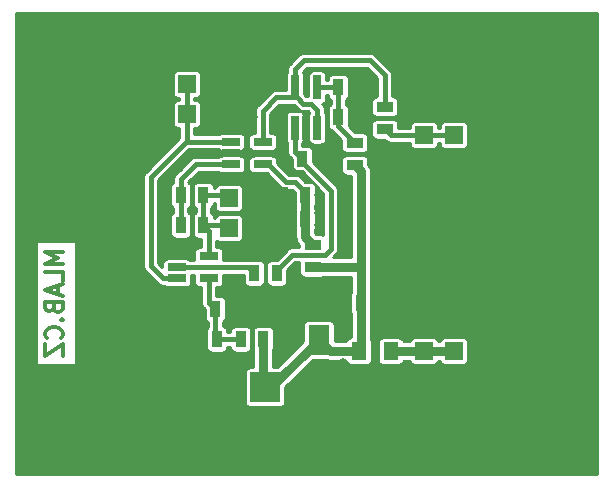
<source format=gbr>
G04 #@! TF.GenerationSoftware,KiCad,Pcbnew,(6.0.0-rc1-dev-205-gc0615c5ef)*
G04 #@! TF.CreationDate,2019-08-06T09:35:53+02:00*
G04 #@! TF.ProjectId,PCRD06A,504352443036412E6B696361645F7063,REV*
G04 #@! TF.SameCoordinates,Original*
G04 #@! TF.FileFunction,Copper,L2,Bot,Signal*
G04 #@! TF.FilePolarity,Positive*
%FSLAX46Y46*%
G04 Gerber Fmt 4.6, Leading zero omitted, Abs format (unit mm)*
G04 Created by KiCad (PCBNEW (6.0.0-rc1-dev-205-gc0615c5ef)) date 08/06/19 09:35:53*
%MOMM*%
%LPD*%
G01*
G04 APERTURE LIST*
G04 #@! TA.AperFunction,NonConductor*
%ADD10C,0.300000*%
G04 #@! TD*
G04 #@! TA.AperFunction,ComponentPad*
%ADD11R,1.524000X1.524000*%
G04 #@! TD*
G04 #@! TA.AperFunction,ComponentPad*
%ADD12C,6.000000*%
G04 #@! TD*
G04 #@! TA.AperFunction,SMDPad,CuDef*
%ADD13R,0.889000X1.397000*%
G04 #@! TD*
G04 #@! TA.AperFunction,SMDPad,CuDef*
%ADD14R,1.560000X0.650000*%
G04 #@! TD*
G04 #@! TA.AperFunction,SMDPad,CuDef*
%ADD15R,0.650000X2.000000*%
G04 #@! TD*
G04 #@! TA.AperFunction,SMDPad,CuDef*
%ADD16R,2.550160X2.499360*%
G04 #@! TD*
G04 #@! TA.AperFunction,SMDPad,CuDef*
%ADD17R,1.800000X2.500000*%
G04 #@! TD*
G04 #@! TA.AperFunction,SMDPad,CuDef*
%ADD18R,1.397000X0.889000*%
G04 #@! TD*
G04 #@! TA.AperFunction,SMDPad,CuDef*
%ADD19R,1.300000X1.500000*%
G04 #@! TD*
G04 #@! TA.AperFunction,SMDPad,CuDef*
%ADD20R,0.700000X3.000000*%
G04 #@! TD*
G04 #@! TA.AperFunction,SMDPad,CuDef*
%ADD21R,1.000000X1.000000*%
G04 #@! TD*
G04 #@! TA.AperFunction,SMDPad,CuDef*
%ADD22R,2.300000X1.000000*%
G04 #@! TD*
G04 #@! TA.AperFunction,SMDPad,CuDef*
%ADD23R,3.800000X1.000000*%
G04 #@! TD*
G04 #@! TA.AperFunction,SMDPad,CuDef*
%ADD24R,1.000000X2.300000*%
G04 #@! TD*
G04 #@! TA.AperFunction,SMDPad,CuDef*
%ADD25R,1.000000X3.800000*%
G04 #@! TD*
G04 #@! TA.AperFunction,ViaPad*
%ADD26C,0.800000*%
G04 #@! TD*
G04 #@! TA.AperFunction,Conductor*
%ADD27C,0.400000*%
G04 #@! TD*
G04 #@! TA.AperFunction,Conductor*
%ADD28C,0.250000*%
G04 #@! TD*
G04 #@! TA.AperFunction,Conductor*
%ADD29C,0.800000*%
G04 #@! TD*
G04 #@! TA.AperFunction,Conductor*
%ADD30C,0.254000*%
G04 #@! TD*
G04 APERTURE END LIST*
D10*
X4742571Y19561428D02*
X3242571Y19561428D01*
X4314000Y19061428D01*
X3242571Y18561428D01*
X4742571Y18561428D01*
X4742571Y17132857D02*
X4742571Y17847142D01*
X3242571Y17847142D01*
X4314000Y16704285D02*
X4314000Y15990000D01*
X4742571Y16847142D02*
X3242571Y16347142D01*
X4742571Y15847142D01*
X3956857Y14847142D02*
X4028285Y14632857D01*
X4099714Y14561428D01*
X4242571Y14490000D01*
X4456857Y14490000D01*
X4599714Y14561428D01*
X4671142Y14632857D01*
X4742571Y14775714D01*
X4742571Y15347142D01*
X3242571Y15347142D01*
X3242571Y14847142D01*
X3314000Y14704285D01*
X3385428Y14632857D01*
X3528285Y14561428D01*
X3671142Y14561428D01*
X3814000Y14632857D01*
X3885428Y14704285D01*
X3956857Y14847142D01*
X3956857Y15347142D01*
X4599714Y13847142D02*
X4671142Y13775714D01*
X4742571Y13847142D01*
X4671142Y13918571D01*
X4599714Y13847142D01*
X4742571Y13847142D01*
X4599714Y12275714D02*
X4671142Y12347142D01*
X4742571Y12561428D01*
X4742571Y12704285D01*
X4671142Y12918571D01*
X4528285Y13061428D01*
X4385428Y13132857D01*
X4099714Y13204285D01*
X3885428Y13204285D01*
X3599714Y13132857D01*
X3456857Y13061428D01*
X3314000Y12918571D01*
X3242571Y12704285D01*
X3242571Y12561428D01*
X3314000Y12347142D01*
X3385428Y12275714D01*
X3242571Y11775714D02*
X3242571Y10775714D01*
X4742571Y11775714D01*
X4742571Y10775714D01*
D11*
G04 #@! TO.P,J7,2*
G04 #@! TO.N,GND*
X21336000Y24130000D03*
G04 #@! TO.P,J7,1*
X21336000Y21590000D03*
G04 #@! TD*
G04 #@! TO.P,J8,1*
G04 #@! TO.N,GND*
X12700000Y31242000D03*
G04 #@! TO.P,J8,2*
X12700000Y33782000D03*
G04 #@! TO.P,J8,3*
G04 #@! TO.N,/IN*
X15240000Y31242000D03*
G04 #@! TO.P,J8,4*
X15240000Y33782000D03*
G04 #@! TO.P,J8,5*
G04 #@! TO.N,GND*
X17780000Y31242000D03*
G04 #@! TO.P,J8,6*
X17780000Y33782000D03*
G04 #@! TD*
D12*
G04 #@! TO.P,M1,1*
G04 #@! TO.N,GND*
X5080000Y35560000D03*
G04 #@! TD*
G04 #@! TO.P,M2,1*
G04 #@! TO.N,GND*
X45720000Y5080000D03*
G04 #@! TD*
G04 #@! TO.P,M3,1*
G04 #@! TO.N,GND*
X45720000Y35560000D03*
G04 #@! TD*
G04 #@! TO.P,M4,1*
G04 #@! TO.N,GND*
X5080000Y5080000D03*
G04 #@! TD*
D13*
G04 #@! TO.P,C2,2*
G04 #@! TO.N,Net-(C2-Pad2)*
X14732000Y21844000D03*
G04 #@! TO.P,C2,1*
G04 #@! TO.N,/#PeakDetect/Trace*
X16637000Y21844000D03*
G04 #@! TD*
D14*
G04 #@! TO.P,U1,1*
G04 #@! TO.N,Net-(C2-Pad2)*
X18970000Y26990000D03*
G04 #@! TO.P,U1,2*
G04 #@! TO.N,GND*
X18970000Y27940000D03*
G04 #@! TO.P,U1,3*
G04 #@! TO.N,/IN*
X18970000Y28890000D03*
G04 #@! TO.P,U1,4*
G04 #@! TO.N,Net-(R1-Pad2)*
X21670000Y28890000D03*
G04 #@! TO.P,U1,5*
G04 #@! TO.N,/VCC3*
X21670000Y26990000D03*
G04 #@! TD*
D15*
G04 #@! TO.P,U2,1*
G04 #@! TO.N,Net-(R1-Pad2)*
X26284000Y30108000D03*
G04 #@! TO.P,U2,2*
G04 #@! TO.N,GND*
X25334000Y30108000D03*
G04 #@! TO.P,U2,3*
G04 #@! TO.N,Net-(C19-Pad1)*
X24384000Y30108000D03*
G04 #@! TO.P,U2,4*
G04 #@! TO.N,Net-(R1-Pad2)*
X24384000Y33528000D03*
G04 #@! TO.P,U2,5*
G04 #@! TO.N,/VCC2*
X26284000Y33528000D03*
G04 #@! TD*
D16*
G04 #@! TO.P,C1,2*
G04 #@! TO.N,GND*
X16794480Y8128000D03*
G04 #@! TO.P,C1,1*
G04 #@! TO.N,VCC*
X21844000Y8128000D03*
G04 #@! TD*
D13*
G04 #@! TO.P,C4,2*
G04 #@! TO.N,GND*
X31877000Y15240000D03*
G04 #@! TO.P,C4,1*
G04 #@! TO.N,VCC*
X29972000Y15240000D03*
G04 #@! TD*
G04 #@! TO.P,C7,2*
G04 #@! TO.N,GND*
X29972000Y30988000D03*
G04 #@! TO.P,C7,1*
G04 #@! TO.N,/VCC2*
X28067000Y30988000D03*
G04 #@! TD*
G04 #@! TO.P,C8,1*
G04 #@! TO.N,/VCC3*
X25273000Y22352000D03*
G04 #@! TO.P,C8,2*
G04 #@! TO.N,GND*
X23368000Y22352000D03*
G04 #@! TD*
G04 #@! TO.P,C9,2*
G04 #@! TO.N,GND*
X15875000Y12192000D03*
G04 #@! TO.P,C9,1*
G04 #@! TO.N,/VCC4*
X17780000Y12192000D03*
G04 #@! TD*
G04 #@! TO.P,C12,1*
G04 #@! TO.N,/VCC2*
X28067000Y33528000D03*
G04 #@! TO.P,C12,2*
G04 #@! TO.N,GND*
X29972000Y33528000D03*
G04 #@! TD*
G04 #@! TO.P,C13,2*
G04 #@! TO.N,GND*
X23368000Y24384000D03*
G04 #@! TO.P,C13,1*
G04 #@! TO.N,/VCC3*
X25273000Y24384000D03*
G04 #@! TD*
G04 #@! TO.P,C14,1*
G04 #@! TO.N,/VCC4*
X17653000Y14732000D03*
G04 #@! TO.P,C14,2*
G04 #@! TO.N,GND*
X15748000Y14732000D03*
G04 #@! TD*
G04 #@! TO.P,C19,2*
G04 #@! TO.N,GND*
X26924000Y27432000D03*
G04 #@! TO.P,C19,1*
G04 #@! TO.N,Net-(C19-Pad1)*
X25019000Y27432000D03*
G04 #@! TD*
D17*
G04 #@! TO.P,D1,1*
G04 #@! TO.N,VCC*
X26416000Y12160000D03*
G04 #@! TO.P,D1,2*
G04 #@! TO.N,GND*
X26416000Y8160000D03*
G04 #@! TD*
D11*
G04 #@! TO.P,J1,1*
G04 #@! TO.N,GND*
X37846000Y8636000D03*
G04 #@! TO.P,J1,2*
X35306000Y8636000D03*
G04 #@! TO.P,J1,3*
G04 #@! TO.N,Net-(C21-Pad3)*
X37846000Y11176000D03*
G04 #@! TO.P,J1,4*
X35306000Y11176000D03*
G04 #@! TO.P,J1,5*
G04 #@! TO.N,GND*
X37846000Y13716000D03*
G04 #@! TO.P,J1,6*
X35306000Y13716000D03*
G04 #@! TD*
G04 #@! TO.P,J2,1*
G04 #@! TO.N,GND*
X35306000Y32004000D03*
G04 #@! TO.P,J2,2*
X37846000Y32004000D03*
G04 #@! TD*
G04 #@! TO.P,J3,2*
G04 #@! TO.N,/#PeakDetect/Trace*
X18796000Y24130000D03*
G04 #@! TO.P,J3,1*
X18796000Y21590000D03*
G04 #@! TD*
G04 #@! TO.P,J5,1*
G04 #@! TO.N,GND*
X35306000Y26924000D03*
G04 #@! TO.P,J5,2*
X37846000Y26924000D03*
G04 #@! TD*
G04 #@! TO.P,J6,2*
G04 #@! TO.N,/A/D*
X37846000Y29464000D03*
G04 #@! TO.P,J6,1*
X35306000Y29464000D03*
G04 #@! TD*
D18*
G04 #@! TO.P,R1,1*
G04 #@! TO.N,/A/D*
X32004000Y29972000D03*
G04 #@! TO.P,R1,2*
G04 #@! TO.N,Net-(R1-Pad2)*
X32004000Y31877000D03*
G04 #@! TD*
G04 #@! TO.P,R3,1*
G04 #@! TO.N,/VCC2*
X29464000Y28829000D03*
G04 #@! TO.P,R3,2*
G04 #@! TO.N,VCC*
X29464000Y26924000D03*
G04 #@! TD*
G04 #@! TO.P,R4,2*
G04 #@! TO.N,VCC*
X25908000Y18288000D03*
G04 #@! TO.P,R4,1*
G04 #@! TO.N,/VCC3*
X25908000Y20193000D03*
G04 #@! TD*
D13*
G04 #@! TO.P,R5,1*
G04 #@! TO.N,/VCC4*
X19812000Y12192000D03*
G04 #@! TO.P,R5,2*
G04 #@! TO.N,VCC*
X21717000Y12192000D03*
G04 #@! TD*
G04 #@! TO.P,R12,1*
G04 #@! TO.N,/#PeakDetect/Trace*
X16637000Y24384000D03*
G04 #@! TO.P,R12,2*
G04 #@! TO.N,Net-(C2-Pad2)*
X14732000Y24384000D03*
G04 #@! TD*
G04 #@! TO.P,R13,2*
G04 #@! TO.N,Net-(R13-Pad2)*
X20955000Y17780000D03*
G04 #@! TO.P,R13,1*
G04 #@! TO.N,Net-(C19-Pad1)*
X22860000Y17780000D03*
G04 #@! TD*
D14*
G04 #@! TO.P,U5,1*
G04 #@! TO.N,/IN*
X14398000Y17338000D03*
G04 #@! TO.P,U5,2*
G04 #@! TO.N,Net-(R13-Pad2)*
X14398000Y18288000D03*
G04 #@! TO.P,U5,3*
G04 #@! TO.N,GND*
X14398000Y19238000D03*
G04 #@! TO.P,U5,4*
G04 #@! TO.N,/#PeakDetect/Trace*
X17098000Y19238000D03*
G04 #@! TO.P,U5,5*
G04 #@! TO.N,/VCC4*
X17098000Y17338000D03*
G04 #@! TD*
D19*
G04 #@! TO.P,C21,1*
G04 #@! TO.N,VCC*
X29812000Y11176000D03*
D20*
G04 #@! TO.P,C21,2*
G04 #@! TO.N,GND*
X31162000Y11176000D03*
D19*
G04 #@! TO.P,C21,3*
G04 #@! TO.N,Net-(C21-Pad3)*
X32512000Y11176000D03*
G04 #@! TD*
D21*
G04 #@! TO.P,M5,1*
G04 #@! TO.N,GND*
X9500000Y4928000D03*
X41300000Y4928000D03*
X41300000Y36728000D03*
X9500000Y36728000D03*
D22*
X11150000Y4928000D03*
X11150000Y36728000D03*
D23*
X16400000Y4928000D03*
X16400000Y36728000D03*
X22400000Y4928000D03*
X22400000Y36728000D03*
X28400000Y4928000D03*
X28400000Y36728000D03*
X34400000Y4928000D03*
X34400000Y36728000D03*
D22*
X39650000Y4928000D03*
X39650000Y36728000D03*
D24*
X9500000Y6578000D03*
X41300000Y6578000D03*
D25*
X9500000Y11828000D03*
X41300000Y11828000D03*
X9500000Y17828000D03*
X41300000Y17828000D03*
X9500000Y23828000D03*
X41300000Y23828000D03*
X9500000Y29828000D03*
X41300000Y29828000D03*
D24*
X9500000Y35078000D03*
X41300000Y35078000D03*
G04 #@! TD*
D26*
G04 #@! TO.N,GND*
X26416000Y16764000D03*
X20828000Y34036000D03*
X20828000Y32512000D03*
X20828000Y30988000D03*
X22352000Y34036000D03*
X22860000Y30988000D03*
X23368000Y28448000D03*
X23368000Y29972000D03*
X23368000Y27432000D03*
X17272000Y27940000D03*
X15748000Y27940000D03*
X13716000Y25908000D03*
X14732000Y26924000D03*
X13208000Y21844000D03*
X13208000Y20828000D03*
X13208000Y24384000D03*
X27940000Y25908000D03*
X28448000Y23368000D03*
X28448000Y21844000D03*
X24892000Y16256000D03*
X27432000Y15240000D03*
X28448000Y15240000D03*
X19812000Y19304000D03*
X11176000Y15748000D03*
X28448000Y24892000D03*
X27432000Y28956000D03*
X13716000Y15240000D03*
X13716000Y14224000D03*
X13716000Y13208000D03*
X13716000Y12192000D03*
X13716000Y10668000D03*
X15240000Y10668000D03*
X13208000Y23368000D03*
X19304000Y14732000D03*
X21336000Y14732000D03*
X18796000Y19304000D03*
X28448000Y7112000D03*
X28448000Y8636000D03*
X28448000Y10160000D03*
X27940000Y16764000D03*
X32004000Y17272000D03*
X34544000Y16764000D03*
X35560000Y16764000D03*
X38100000Y16764000D03*
X36576000Y16764000D03*
X30988000Y34036000D03*
X30988000Y33020000D03*
X20828000Y19304000D03*
X21844000Y19304000D03*
X22860000Y19304000D03*
X16256000Y25908000D03*
X28448000Y20320000D03*
X26416000Y21844000D03*
X26416000Y22860000D03*
X26416000Y24384000D03*
X19304000Y16256000D03*
X20828000Y16256000D03*
X22352000Y16256000D03*
X23876000Y16256000D03*
X12192000Y15240000D03*
X12192000Y14224000D03*
X31496000Y18796000D03*
X31496000Y19812000D03*
X31496000Y20828000D03*
X31496000Y21844000D03*
X31496000Y22860000D03*
X31496000Y23876000D03*
X31496000Y24892000D03*
X22860000Y14732000D03*
X13208000Y28956000D03*
X12192000Y27940000D03*
X11176000Y26924000D03*
G04 #@! TD*
D27*
G04 #@! TO.N,GND*
X25334000Y29022000D02*
X26924000Y27432000D01*
X25334000Y30108000D02*
X25334000Y29022000D01*
D28*
X26416000Y24949685D02*
X26416000Y24384000D01*
X24957186Y26408499D02*
X26416000Y24949685D01*
X24391501Y26408499D02*
X24957186Y26408499D01*
X23368000Y27432000D02*
X24391501Y26408499D01*
D29*
G04 #@! TO.N,VCC*
X27400000Y11176000D02*
X26416000Y12160000D01*
X29812000Y11176000D02*
X27400000Y11176000D01*
X21717000Y8255000D02*
X21844000Y8128000D01*
X21717000Y12192000D02*
X21717000Y8255000D01*
X22384000Y8128000D02*
X26416000Y12160000D01*
X21844000Y8128000D02*
X22384000Y8128000D01*
X29972000Y11336000D02*
X29812000Y11176000D01*
X29972000Y15240000D02*
X29972000Y11336000D01*
X29972000Y26416000D02*
X29464000Y26924000D01*
X25908000Y18288000D02*
X29972000Y18288000D01*
X29972000Y15240000D02*
X29972000Y18288000D01*
X29972000Y18288000D02*
X29972000Y26416000D01*
D27*
G04 #@! TO.N,/VCC2*
X26284000Y33528000D02*
X28067000Y33528000D01*
X28067000Y33528000D02*
X28067000Y30988000D01*
X28067000Y30226000D02*
X29464000Y28829000D01*
X28067000Y30988000D02*
X28067000Y30226000D01*
G04 #@! TO.N,/VCC3*
X22125000Y26990000D02*
X23632499Y25482501D01*
X21670000Y26990000D02*
X22125000Y26990000D01*
X24428499Y25482501D02*
X23632499Y25482501D01*
X25273000Y24638000D02*
X24428499Y25482501D01*
X25273000Y24384000D02*
X25273000Y24638000D01*
D29*
X25273000Y24384000D02*
X25273000Y22352000D01*
X25273000Y20828000D02*
X25908000Y20193000D01*
X25273000Y22352000D02*
X25273000Y20828000D01*
D27*
G04 #@! TO.N,/VCC4*
X17098000Y15287000D02*
X17653000Y14732000D01*
X17098000Y17338000D02*
X17098000Y15287000D01*
X17653000Y12319000D02*
X17780000Y12192000D01*
X17653000Y14732000D02*
X17653000Y12319000D01*
X19812000Y12192000D02*
X17780000Y12192000D01*
G04 #@! TO.N,Net-(C19-Pad1)*
X24384000Y28067000D02*
X25019000Y27432000D01*
X24384000Y30108000D02*
X24384000Y28067000D01*
X25019000Y27432000D02*
X25019000Y27178000D01*
X22860000Y18034000D02*
X22860000Y17780000D01*
X25019000Y27178000D02*
X27432000Y24765000D01*
X27432000Y24765000D02*
X27432000Y19853998D01*
X27432000Y19853998D02*
X26926501Y19348499D01*
X26926501Y19348499D02*
X24174499Y19348499D01*
X24174499Y19348499D02*
X22860000Y18034000D01*
G04 #@! TO.N,/#PeakDetect/Trace*
X16637000Y24384000D02*
X16637000Y21844000D01*
X17098000Y21383000D02*
X16637000Y21844000D01*
X17098000Y19238000D02*
X17098000Y21383000D01*
X18542000Y24384000D02*
X18796000Y24130000D01*
X16637000Y24384000D02*
X18542000Y24384000D01*
X18542000Y21844000D02*
X18796000Y21590000D01*
X16637000Y21844000D02*
X18542000Y21844000D01*
G04 #@! TO.N,/A/D*
X37846000Y29464000D02*
X35306000Y29464000D01*
X32512000Y29464000D02*
X32004000Y29972000D01*
X35306000Y29464000D02*
X32512000Y29464000D01*
G04 #@! TO.N,Net-(R13-Pad2)*
X18459500Y18288000D02*
X17780000Y18288000D01*
X14398000Y18288000D02*
X17780000Y18288000D01*
X20447000Y18288000D02*
X20955000Y17780000D01*
X17780000Y18288000D02*
X20447000Y18288000D01*
D29*
G04 #@! TO.N,Net-(C21-Pad3)*
X37846000Y11176000D02*
X35306000Y11176000D01*
X35306000Y11176000D02*
X32512000Y11176000D01*
D27*
G04 #@! TO.N,Net-(R1-Pad2)*
X24384000Y32853000D02*
X24384000Y33528000D01*
X25784000Y32128000D02*
X25109000Y32128000D01*
X26284000Y31628000D02*
X25784000Y32128000D01*
X26284000Y30108000D02*
X26284000Y31628000D01*
X22813500Y32682500D02*
X24554500Y32682500D01*
X21670000Y31539000D02*
X22813500Y32682500D01*
X21670000Y28890000D02*
X21670000Y31539000D01*
X25109000Y32128000D02*
X24554500Y32682500D01*
X24554500Y32682500D02*
X24384000Y32853000D01*
X32004000Y34544000D02*
X32004000Y31877000D01*
X30720001Y35827999D02*
X32004000Y34544000D01*
X25159999Y35827999D02*
X30720001Y35827999D01*
X24384000Y35052000D02*
X25159999Y35827999D01*
X24384000Y33528000D02*
X24384000Y35052000D01*
D28*
G04 #@! TO.N,Net-(C2-Pad2)*
X14732000Y25850998D02*
X14732000Y24384000D01*
X14760501Y25879499D02*
X14732000Y25850998D01*
D27*
X15982002Y26990000D02*
X17206000Y26990000D01*
X18970000Y26990000D02*
X17206000Y26990000D01*
X14732000Y25739998D02*
X15070001Y26077999D01*
X14732000Y24384000D02*
X14732000Y25739998D01*
X14871501Y25879499D02*
X15070001Y26077999D01*
X15070001Y26077999D02*
X15982002Y26990000D01*
X14732000Y24384000D02*
X14732000Y21844000D01*
G04 #@! TO.N,/IN*
X13218000Y17338000D02*
X12192000Y18364000D01*
X14398000Y17338000D02*
X13218000Y17338000D01*
X12192000Y18364000D02*
X12192000Y25908000D01*
X15240000Y28956000D02*
X15240000Y31242000D01*
X12192000Y25908000D02*
X15240000Y28956000D01*
X15306000Y28890000D02*
X15240000Y28956000D01*
X18970000Y28890000D02*
X15306000Y28890000D01*
X15240000Y33782000D02*
X15240000Y31242000D01*
G04 #@! TD*
D30*
G04 #@! TO.N,GND*
G36*
X50011000Y789000D02*
X789000Y789000D01*
X789000Y9377680D01*
X20131816Y9377680D01*
X20131816Y6878320D01*
X20140215Y6793045D01*
X20165089Y6711048D01*
X20205481Y6635478D01*
X20259841Y6569241D01*
X20326078Y6514881D01*
X20401648Y6474489D01*
X20483645Y6449615D01*
X20568920Y6441216D01*
X23119080Y6441216D01*
X23204355Y6449615D01*
X23286352Y6474489D01*
X23361922Y6514881D01*
X23428159Y6569241D01*
X23482519Y6635478D01*
X23522911Y6711048D01*
X23547785Y6793045D01*
X23556184Y6878320D01*
X23556184Y8119317D01*
X25909764Y10472896D01*
X26944084Y10472896D01*
X27078913Y10400828D01*
X27236311Y10353082D01*
X27399999Y10336960D01*
X27441018Y10341000D01*
X28733268Y10341000D01*
X28733295Y10340725D01*
X28758169Y10258728D01*
X28798561Y10183158D01*
X28852921Y10116921D01*
X28919158Y10062561D01*
X28994728Y10022169D01*
X29076725Y9997295D01*
X29162000Y9988896D01*
X30462000Y9988896D01*
X30547275Y9997295D01*
X30629272Y10022169D01*
X30704842Y10062561D01*
X30771079Y10116921D01*
X30825439Y10183158D01*
X30865831Y10258728D01*
X30890705Y10340725D01*
X30899104Y10426000D01*
X30899104Y11926000D01*
X31424896Y11926000D01*
X31424896Y10426000D01*
X31433295Y10340725D01*
X31458169Y10258728D01*
X31498561Y10183158D01*
X31552921Y10116921D01*
X31619158Y10062561D01*
X31694728Y10022169D01*
X31776725Y9997295D01*
X31862000Y9988896D01*
X33162000Y9988896D01*
X33247275Y9997295D01*
X33329272Y10022169D01*
X33404842Y10062561D01*
X33471079Y10116921D01*
X33525439Y10183158D01*
X33565831Y10258728D01*
X33590705Y10340725D01*
X33590732Y10341000D01*
X34114086Y10341000D01*
X34115295Y10328725D01*
X34140169Y10246728D01*
X34180561Y10171158D01*
X34234921Y10104921D01*
X34301158Y10050561D01*
X34376728Y10010169D01*
X34458725Y9985295D01*
X34544000Y9976896D01*
X36068000Y9976896D01*
X36153275Y9985295D01*
X36235272Y10010169D01*
X36310842Y10050561D01*
X36377079Y10104921D01*
X36431439Y10171158D01*
X36471831Y10246728D01*
X36496705Y10328725D01*
X36497914Y10341000D01*
X36654086Y10341000D01*
X36655295Y10328725D01*
X36680169Y10246728D01*
X36720561Y10171158D01*
X36774921Y10104921D01*
X36841158Y10050561D01*
X36916728Y10010169D01*
X36998725Y9985295D01*
X37084000Y9976896D01*
X38608000Y9976896D01*
X38693275Y9985295D01*
X38775272Y10010169D01*
X38850842Y10050561D01*
X38917079Y10104921D01*
X38971439Y10171158D01*
X39011831Y10246728D01*
X39036705Y10328725D01*
X39045104Y10414000D01*
X39045104Y11938000D01*
X39036705Y12023275D01*
X39011831Y12105272D01*
X38971439Y12180842D01*
X38917079Y12247079D01*
X38850842Y12301439D01*
X38775272Y12341831D01*
X38693275Y12366705D01*
X38608000Y12375104D01*
X37084000Y12375104D01*
X36998725Y12366705D01*
X36916728Y12341831D01*
X36841158Y12301439D01*
X36774921Y12247079D01*
X36720561Y12180842D01*
X36680169Y12105272D01*
X36655295Y12023275D01*
X36654086Y12011000D01*
X36497914Y12011000D01*
X36496705Y12023275D01*
X36471831Y12105272D01*
X36431439Y12180842D01*
X36377079Y12247079D01*
X36310842Y12301439D01*
X36235272Y12341831D01*
X36153275Y12366705D01*
X36068000Y12375104D01*
X34544000Y12375104D01*
X34458725Y12366705D01*
X34376728Y12341831D01*
X34301158Y12301439D01*
X34234921Y12247079D01*
X34180561Y12180842D01*
X34140169Y12105272D01*
X34115295Y12023275D01*
X34114086Y12011000D01*
X33590732Y12011000D01*
X33590705Y12011275D01*
X33565831Y12093272D01*
X33525439Y12168842D01*
X33471079Y12235079D01*
X33404842Y12289439D01*
X33329272Y12329831D01*
X33247275Y12354705D01*
X33162000Y12363104D01*
X31862000Y12363104D01*
X31776725Y12354705D01*
X31694728Y12329831D01*
X31619158Y12289439D01*
X31552921Y12235079D01*
X31498561Y12168842D01*
X31458169Y12093272D01*
X31433295Y12011275D01*
X31424896Y11926000D01*
X30899104Y11926000D01*
X30890705Y12011275D01*
X30865831Y12093272D01*
X30825439Y12168842D01*
X30807000Y12191310D01*
X30807000Y14349287D01*
X30820331Y14374228D01*
X30845205Y14456225D01*
X30853604Y14541500D01*
X30853604Y15938500D01*
X30845205Y16023775D01*
X30820331Y16105772D01*
X30807000Y16130713D01*
X30807000Y18246982D01*
X30811040Y18288000D01*
X30807000Y18329019D01*
X30807000Y26374993D01*
X30811039Y26416001D01*
X30807000Y26457009D01*
X30807000Y26457019D01*
X30794918Y26579689D01*
X30747172Y26737087D01*
X30669636Y26882146D01*
X30599604Y26967480D01*
X30599604Y27368500D01*
X30591205Y27453775D01*
X30566331Y27535772D01*
X30525939Y27611342D01*
X30471579Y27677579D01*
X30405342Y27731939D01*
X30329772Y27772331D01*
X30247775Y27797205D01*
X30162500Y27805604D01*
X28765500Y27805604D01*
X28680225Y27797205D01*
X28598228Y27772331D01*
X28522658Y27731939D01*
X28456421Y27677579D01*
X28402061Y27611342D01*
X28361669Y27535772D01*
X28336795Y27453775D01*
X28328396Y27368500D01*
X28328396Y26479500D01*
X28336795Y26394225D01*
X28361669Y26312228D01*
X28402061Y26236658D01*
X28456421Y26170421D01*
X28522658Y26116061D01*
X28598228Y26075669D01*
X28680225Y26050795D01*
X28765500Y26042396D01*
X29137001Y26042396D01*
X29137000Y19123000D01*
X27599027Y19123000D01*
X27858960Y19382932D01*
X27883185Y19402813D01*
X27903065Y19427037D01*
X27903069Y19427041D01*
X27962538Y19499504D01*
X28021502Y19609818D01*
X28057812Y19729516D01*
X28067000Y19822806D01*
X28067000Y19822809D01*
X28070072Y19853998D01*
X28067000Y19885187D01*
X28067000Y24733820D01*
X28070071Y24765001D01*
X28067000Y24796182D01*
X28067000Y24796192D01*
X28057812Y24889482D01*
X28021502Y25009180D01*
X27962538Y25119493D01*
X27962537Y25119495D01*
X27903068Y25191957D01*
X27883185Y25216185D01*
X27858956Y25236069D01*
X25900604Y27194420D01*
X25900604Y28130500D01*
X25892205Y28215775D01*
X25867331Y28297772D01*
X25826939Y28373342D01*
X25772579Y28439579D01*
X25706342Y28493939D01*
X25630772Y28534331D01*
X25548775Y28559205D01*
X25463500Y28567604D01*
X25019000Y28567604D01*
X25019000Y28800043D01*
X25072439Y28865158D01*
X25112831Y28940728D01*
X25137705Y29022725D01*
X25146104Y29108000D01*
X25146104Y31108000D01*
X25137705Y31193275D01*
X25112831Y31275272D01*
X25072439Y31350842D01*
X25018079Y31417079D01*
X24951842Y31471439D01*
X24876272Y31511831D01*
X24794275Y31536705D01*
X24709000Y31545104D01*
X24059000Y31545104D01*
X23973725Y31536705D01*
X23891728Y31511831D01*
X23816158Y31471439D01*
X23749921Y31417079D01*
X23695561Y31350842D01*
X23655169Y31275272D01*
X23630295Y31193275D01*
X23621896Y31108000D01*
X23621896Y29108000D01*
X23630295Y29022725D01*
X23655169Y28940728D01*
X23695561Y28865158D01*
X23749001Y28800042D01*
X23749001Y28098191D01*
X23745929Y28067000D01*
X23758189Y27942519D01*
X23794498Y27822821D01*
X23850083Y27718831D01*
X23853464Y27712506D01*
X23932816Y27615815D01*
X23957045Y27595931D01*
X24137396Y27415579D01*
X24137396Y26733500D01*
X24145795Y26648225D01*
X24170669Y26566228D01*
X24211061Y26490658D01*
X24265421Y26424421D01*
X24331658Y26370061D01*
X24407228Y26329669D01*
X24489225Y26304795D01*
X24574500Y26296396D01*
X25002580Y26296396D01*
X25786131Y25512844D01*
X25717500Y25519604D01*
X25289421Y25519604D01*
X24899573Y25909451D01*
X24879684Y25933686D01*
X24782993Y26013038D01*
X24672679Y26072003D01*
X24552981Y26108313D01*
X24459691Y26117501D01*
X24459680Y26117501D01*
X24428499Y26120572D01*
X24397318Y26117501D01*
X23895525Y26117501D01*
X22887104Y27125920D01*
X22887104Y27315000D01*
X22878705Y27400275D01*
X22853831Y27482272D01*
X22813439Y27557842D01*
X22759079Y27624079D01*
X22692842Y27678439D01*
X22617272Y27718831D01*
X22535275Y27743705D01*
X22450000Y27752104D01*
X20890000Y27752104D01*
X20804725Y27743705D01*
X20722728Y27718831D01*
X20647158Y27678439D01*
X20580921Y27624079D01*
X20526561Y27557842D01*
X20486169Y27482272D01*
X20461295Y27400275D01*
X20452896Y27315000D01*
X20452896Y26665000D01*
X20461295Y26579725D01*
X20486169Y26497728D01*
X20526561Y26422158D01*
X20580921Y26355921D01*
X20647158Y26301561D01*
X20722728Y26261169D01*
X20804725Y26236295D01*
X20890000Y26227896D01*
X21989080Y26227896D01*
X23161433Y25055541D01*
X23181314Y25031316D01*
X23205538Y25011436D01*
X23205542Y25011432D01*
X23278005Y24951963D01*
X23388319Y24892999D01*
X23508017Y24856689D01*
X23601307Y24847501D01*
X23601310Y24847501D01*
X23632499Y24844429D01*
X23663688Y24847501D01*
X24165475Y24847501D01*
X24391396Y24621579D01*
X24391396Y23685500D01*
X24399795Y23600225D01*
X24424669Y23518228D01*
X24438000Y23493286D01*
X24438001Y23242714D01*
X24424669Y23217772D01*
X24399795Y23135775D01*
X24391396Y23050500D01*
X24391396Y21653500D01*
X24399795Y21568225D01*
X24424669Y21486228D01*
X24438001Y21461286D01*
X24438001Y20869028D01*
X24433960Y20828000D01*
X24450082Y20664312D01*
X24497828Y20506914D01*
X24575364Y20361855D01*
X24598907Y20333168D01*
X24679710Y20234709D01*
X24711573Y20208559D01*
X24772396Y20147737D01*
X24772396Y19983499D01*
X24205679Y19983499D01*
X24174498Y19986570D01*
X24143317Y19983499D01*
X24143307Y19983499D01*
X24050017Y19974311D01*
X23930319Y19938001D01*
X23858430Y19899575D01*
X23820004Y19879036D01*
X23789496Y19853998D01*
X23723314Y19799684D01*
X23703430Y19775455D01*
X22843580Y18915604D01*
X22415500Y18915604D01*
X22330225Y18907205D01*
X22248228Y18882331D01*
X22172658Y18841939D01*
X22106421Y18787579D01*
X22052061Y18721342D01*
X22011669Y18645772D01*
X21986795Y18563775D01*
X21978396Y18478500D01*
X21978396Y17081500D01*
X21986795Y16996225D01*
X22011669Y16914228D01*
X22052061Y16838658D01*
X22106421Y16772421D01*
X22172658Y16718061D01*
X22248228Y16677669D01*
X22330225Y16652795D01*
X22415500Y16644396D01*
X23304500Y16644396D01*
X23389775Y16652795D01*
X23471772Y16677669D01*
X23547342Y16718061D01*
X23613579Y16772421D01*
X23667939Y16838658D01*
X23708331Y16914228D01*
X23733205Y16996225D01*
X23741604Y17081500D01*
X23741604Y18017580D01*
X24437524Y18713499D01*
X24772396Y18713499D01*
X24772396Y17843500D01*
X24780795Y17758225D01*
X24805669Y17676228D01*
X24846061Y17600658D01*
X24900421Y17534421D01*
X24966658Y17480061D01*
X25042228Y17439669D01*
X25124225Y17414795D01*
X25209500Y17406396D01*
X26606500Y17406396D01*
X26691775Y17414795D01*
X26773772Y17439669D01*
X26798713Y17453000D01*
X29137001Y17453000D01*
X29137000Y16130714D01*
X29123669Y16105772D01*
X29098795Y16023775D01*
X29090396Y15938500D01*
X29090396Y14541500D01*
X29098795Y14456225D01*
X29123669Y14374228D01*
X29137000Y14349286D01*
X29137001Y12360642D01*
X29076725Y12354705D01*
X28994728Y12329831D01*
X28919158Y12289439D01*
X28852921Y12235079D01*
X28798561Y12168842D01*
X28758169Y12093272D01*
X28733295Y12011275D01*
X28733268Y12011000D01*
X27753104Y12011000D01*
X27753104Y13410000D01*
X27744705Y13495275D01*
X27719831Y13577272D01*
X27679439Y13652842D01*
X27625079Y13719079D01*
X27558842Y13773439D01*
X27483272Y13813831D01*
X27401275Y13838705D01*
X27316000Y13847104D01*
X25516000Y13847104D01*
X25430725Y13838705D01*
X25348728Y13813831D01*
X25273158Y13773439D01*
X25206921Y13719079D01*
X25152561Y13652842D01*
X25112169Y13577272D01*
X25087295Y13495275D01*
X25078896Y13410000D01*
X25078896Y12003764D01*
X22889917Y9814784D01*
X22552000Y9814784D01*
X22552000Y11301287D01*
X22565331Y11326228D01*
X22590205Y11408225D01*
X22598604Y11493500D01*
X22598604Y12890500D01*
X22590205Y12975775D01*
X22565331Y13057772D01*
X22524939Y13133342D01*
X22470579Y13199579D01*
X22404342Y13253939D01*
X22328772Y13294331D01*
X22246775Y13319205D01*
X22161500Y13327604D01*
X21272500Y13327604D01*
X21187225Y13319205D01*
X21105228Y13294331D01*
X21029658Y13253939D01*
X20963421Y13199579D01*
X20909061Y13133342D01*
X20868669Y13057772D01*
X20843795Y12975775D01*
X20835396Y12890500D01*
X20835396Y11493500D01*
X20843795Y11408225D01*
X20868669Y11326228D01*
X20882000Y11301286D01*
X20882001Y9814784D01*
X20568920Y9814784D01*
X20483645Y9806385D01*
X20401648Y9781511D01*
X20326078Y9741119D01*
X20259841Y9686759D01*
X20205481Y9620522D01*
X20165089Y9544952D01*
X20140215Y9462955D01*
X20131816Y9377680D01*
X789000Y9377680D01*
X789000Y20503572D01*
X2474000Y20503572D01*
X2474000Y9976429D01*
X5894000Y9976429D01*
X5894000Y20503572D01*
X2474000Y20503572D01*
X789000Y20503572D01*
X789000Y25908000D01*
X11553929Y25908000D01*
X11557001Y25876809D01*
X11557000Y18395181D01*
X11553929Y18364000D01*
X11557000Y18332819D01*
X11557000Y18332809D01*
X11566188Y18239519D01*
X11602498Y18119821D01*
X11661463Y18009507D01*
X11740815Y17912815D01*
X11765050Y17892926D01*
X12746930Y16911045D01*
X12766815Y16886815D01*
X12863506Y16807463D01*
X12973820Y16748498D01*
X13093518Y16712188D01*
X13186808Y16703000D01*
X13186818Y16703000D01*
X13217999Y16699929D01*
X13249180Y16703000D01*
X13310043Y16703000D01*
X13375158Y16649561D01*
X13450728Y16609169D01*
X13532725Y16584295D01*
X13618000Y16575896D01*
X15178000Y16575896D01*
X15263275Y16584295D01*
X15345272Y16609169D01*
X15420842Y16649561D01*
X15487079Y16703921D01*
X15541439Y16770158D01*
X15581831Y16845728D01*
X15606705Y16927725D01*
X15615104Y17013000D01*
X15615104Y17653000D01*
X15880896Y17653000D01*
X15880896Y17013000D01*
X15889295Y16927725D01*
X15914169Y16845728D01*
X15954561Y16770158D01*
X16008921Y16703921D01*
X16075158Y16649561D01*
X16150728Y16609169D01*
X16232725Y16584295D01*
X16318000Y16575896D01*
X16463000Y16575896D01*
X16463001Y15318191D01*
X16459929Y15287000D01*
X16472189Y15162519D01*
X16508498Y15042821D01*
X16567463Y14932507D01*
X16567464Y14932506D01*
X16646816Y14835815D01*
X16671045Y14815931D01*
X16771396Y14715580D01*
X16771396Y14033500D01*
X16779795Y13948225D01*
X16804669Y13866228D01*
X16845061Y13790658D01*
X16899421Y13724421D01*
X16965658Y13670061D01*
X17018000Y13642084D01*
X17018001Y13189319D01*
X16972061Y13133342D01*
X16931669Y13057772D01*
X16906795Y12975775D01*
X16898396Y12890500D01*
X16898396Y11493500D01*
X16906795Y11408225D01*
X16931669Y11326228D01*
X16972061Y11250658D01*
X17026421Y11184421D01*
X17092658Y11130061D01*
X17168228Y11089669D01*
X17250225Y11064795D01*
X17335500Y11056396D01*
X18224500Y11056396D01*
X18309775Y11064795D01*
X18391772Y11089669D01*
X18467342Y11130061D01*
X18533579Y11184421D01*
X18587939Y11250658D01*
X18628331Y11326228D01*
X18653205Y11408225D01*
X18661604Y11493500D01*
X18661604Y11557000D01*
X18930396Y11557000D01*
X18930396Y11493500D01*
X18938795Y11408225D01*
X18963669Y11326228D01*
X19004061Y11250658D01*
X19058421Y11184421D01*
X19124658Y11130061D01*
X19200228Y11089669D01*
X19282225Y11064795D01*
X19367500Y11056396D01*
X20256500Y11056396D01*
X20341775Y11064795D01*
X20423772Y11089669D01*
X20499342Y11130061D01*
X20565579Y11184421D01*
X20619939Y11250658D01*
X20660331Y11326228D01*
X20685205Y11408225D01*
X20693604Y11493500D01*
X20693604Y12890500D01*
X20685205Y12975775D01*
X20660331Y13057772D01*
X20619939Y13133342D01*
X20565579Y13199579D01*
X20499342Y13253939D01*
X20423772Y13294331D01*
X20341775Y13319205D01*
X20256500Y13327604D01*
X19367500Y13327604D01*
X19282225Y13319205D01*
X19200228Y13294331D01*
X19124658Y13253939D01*
X19058421Y13199579D01*
X19004061Y13133342D01*
X18963669Y13057772D01*
X18938795Y12975775D01*
X18930396Y12890500D01*
X18930396Y12827000D01*
X18661604Y12827000D01*
X18661604Y12890500D01*
X18653205Y12975775D01*
X18628331Y13057772D01*
X18587939Y13133342D01*
X18533579Y13199579D01*
X18467342Y13253939D01*
X18391772Y13294331D01*
X18309775Y13319205D01*
X18288000Y13321350D01*
X18288000Y13642084D01*
X18340342Y13670061D01*
X18406579Y13724421D01*
X18460939Y13790658D01*
X18501331Y13866228D01*
X18526205Y13948225D01*
X18534604Y14033500D01*
X18534604Y15430500D01*
X18526205Y15515775D01*
X18501331Y15597772D01*
X18460939Y15673342D01*
X18406579Y15739579D01*
X18340342Y15793939D01*
X18264772Y15834331D01*
X18182775Y15859205D01*
X18097500Y15867604D01*
X17733000Y15867604D01*
X17733000Y16575896D01*
X17878000Y16575896D01*
X17963275Y16584295D01*
X18045272Y16609169D01*
X18120842Y16649561D01*
X18187079Y16703921D01*
X18241439Y16770158D01*
X18281831Y16845728D01*
X18306705Y16927725D01*
X18315104Y17013000D01*
X18315104Y17653000D01*
X20073396Y17653000D01*
X20073396Y17081500D01*
X20081795Y16996225D01*
X20106669Y16914228D01*
X20147061Y16838658D01*
X20201421Y16772421D01*
X20267658Y16718061D01*
X20343228Y16677669D01*
X20425225Y16652795D01*
X20510500Y16644396D01*
X21399500Y16644396D01*
X21484775Y16652795D01*
X21566772Y16677669D01*
X21642342Y16718061D01*
X21708579Y16772421D01*
X21762939Y16838658D01*
X21803331Y16914228D01*
X21828205Y16996225D01*
X21836604Y17081500D01*
X21836604Y18478500D01*
X21828205Y18563775D01*
X21803331Y18645772D01*
X21762939Y18721342D01*
X21708579Y18787579D01*
X21642342Y18841939D01*
X21566772Y18882331D01*
X21484775Y18907205D01*
X21399500Y18915604D01*
X20553287Y18915604D01*
X20478192Y18923000D01*
X20478181Y18923000D01*
X20447000Y18926071D01*
X20415819Y18923000D01*
X18315104Y18923000D01*
X18315104Y19563000D01*
X18306705Y19648275D01*
X18281831Y19730272D01*
X18241439Y19805842D01*
X18187079Y19872079D01*
X18120842Y19926439D01*
X18045272Y19966831D01*
X17963275Y19991705D01*
X17878000Y20000104D01*
X17733000Y20000104D01*
X17733000Y20512291D01*
X17791158Y20464561D01*
X17866728Y20424169D01*
X17948725Y20399295D01*
X18034000Y20390896D01*
X19558000Y20390896D01*
X19643275Y20399295D01*
X19725272Y20424169D01*
X19800842Y20464561D01*
X19867079Y20518921D01*
X19921439Y20585158D01*
X19961831Y20660728D01*
X19986705Y20742725D01*
X19995104Y20828000D01*
X19995104Y22352000D01*
X19986705Y22437275D01*
X19961831Y22519272D01*
X19921439Y22594842D01*
X19867079Y22661079D01*
X19800842Y22715439D01*
X19725272Y22755831D01*
X19643275Y22780705D01*
X19558000Y22789104D01*
X18034000Y22789104D01*
X17948725Y22780705D01*
X17866728Y22755831D01*
X17791158Y22715439D01*
X17724921Y22661079D01*
X17670561Y22594842D01*
X17630169Y22519272D01*
X17617952Y22479000D01*
X17518604Y22479000D01*
X17518604Y22542500D01*
X17510205Y22627775D01*
X17485331Y22709772D01*
X17444939Y22785342D01*
X17390579Y22851579D01*
X17324342Y22905939D01*
X17272000Y22933916D01*
X17272000Y23294084D01*
X17324342Y23322061D01*
X17390579Y23376421D01*
X17444939Y23442658D01*
X17485331Y23518228D01*
X17510205Y23600225D01*
X17518604Y23685500D01*
X17518604Y23749000D01*
X17596896Y23749000D01*
X17596896Y23368000D01*
X17605295Y23282725D01*
X17630169Y23200728D01*
X17670561Y23125158D01*
X17724921Y23058921D01*
X17791158Y23004561D01*
X17866728Y22964169D01*
X17948725Y22939295D01*
X18034000Y22930896D01*
X19558000Y22930896D01*
X19643275Y22939295D01*
X19725272Y22964169D01*
X19800842Y23004561D01*
X19867079Y23058921D01*
X19921439Y23125158D01*
X19961831Y23200728D01*
X19986705Y23282725D01*
X19995104Y23368000D01*
X19995104Y24892000D01*
X19986705Y24977275D01*
X19961831Y25059272D01*
X19921439Y25134842D01*
X19867079Y25201079D01*
X19800842Y25255439D01*
X19725272Y25295831D01*
X19643275Y25320705D01*
X19558000Y25329104D01*
X18034000Y25329104D01*
X17948725Y25320705D01*
X17866728Y25295831D01*
X17791158Y25255439D01*
X17724921Y25201079D01*
X17670561Y25134842D01*
X17630169Y25059272D01*
X17617952Y25019000D01*
X17518604Y25019000D01*
X17518604Y25082500D01*
X17510205Y25167775D01*
X17485331Y25249772D01*
X17444939Y25325342D01*
X17390579Y25391579D01*
X17324342Y25445939D01*
X17248772Y25486331D01*
X17166775Y25511205D01*
X17081500Y25519604D01*
X16192500Y25519604D01*
X16107225Y25511205D01*
X16025228Y25486331D01*
X15949658Y25445939D01*
X15883421Y25391579D01*
X15829061Y25325342D01*
X15788669Y25249772D01*
X15763795Y25167775D01*
X15755396Y25082500D01*
X15755396Y23685500D01*
X15763795Y23600225D01*
X15788669Y23518228D01*
X15829061Y23442658D01*
X15883421Y23376421D01*
X15949658Y23322061D01*
X16002000Y23294084D01*
X16002001Y22933916D01*
X15949658Y22905939D01*
X15883421Y22851579D01*
X15829061Y22785342D01*
X15788669Y22709772D01*
X15763795Y22627775D01*
X15755396Y22542500D01*
X15755396Y21145500D01*
X15763795Y21060225D01*
X15788669Y20978228D01*
X15829061Y20902658D01*
X15883421Y20836421D01*
X15949658Y20782061D01*
X16025228Y20741669D01*
X16107225Y20716795D01*
X16192500Y20708396D01*
X16463001Y20708396D01*
X16463000Y20000104D01*
X16318000Y20000104D01*
X16232725Y19991705D01*
X16150728Y19966831D01*
X16075158Y19926439D01*
X16008921Y19872079D01*
X15954561Y19805842D01*
X15914169Y19730272D01*
X15889295Y19648275D01*
X15880896Y19563000D01*
X15880896Y18923000D01*
X15485957Y18923000D01*
X15420842Y18976439D01*
X15345272Y19016831D01*
X15263275Y19041705D01*
X15178000Y19050104D01*
X13618000Y19050104D01*
X13532725Y19041705D01*
X13450728Y19016831D01*
X13375158Y18976439D01*
X13308921Y18922079D01*
X13254561Y18855842D01*
X13214169Y18780272D01*
X13189295Y18698275D01*
X13180896Y18613000D01*
X13180896Y18273129D01*
X12827000Y18627024D01*
X12827000Y25082500D01*
X13850396Y25082500D01*
X13850396Y23685500D01*
X13858795Y23600225D01*
X13883669Y23518228D01*
X13924061Y23442658D01*
X13978421Y23376421D01*
X14044658Y23322061D01*
X14097000Y23294084D01*
X14097001Y22933916D01*
X14044658Y22905939D01*
X13978421Y22851579D01*
X13924061Y22785342D01*
X13883669Y22709772D01*
X13858795Y22627775D01*
X13850396Y22542500D01*
X13850396Y21145500D01*
X13858795Y21060225D01*
X13883669Y20978228D01*
X13924061Y20902658D01*
X13978421Y20836421D01*
X14044658Y20782061D01*
X14120228Y20741669D01*
X14202225Y20716795D01*
X14287500Y20708396D01*
X15176500Y20708396D01*
X15261775Y20716795D01*
X15343772Y20741669D01*
X15419342Y20782061D01*
X15485579Y20836421D01*
X15539939Y20902658D01*
X15580331Y20978228D01*
X15605205Y21060225D01*
X15613604Y21145500D01*
X15613604Y22542500D01*
X15605205Y22627775D01*
X15580331Y22709772D01*
X15539939Y22785342D01*
X15485579Y22851579D01*
X15419342Y22905939D01*
X15367000Y22933916D01*
X15367000Y23294084D01*
X15419342Y23322061D01*
X15485579Y23376421D01*
X15539939Y23442658D01*
X15580331Y23518228D01*
X15605205Y23600225D01*
X15613604Y23685500D01*
X15613604Y25082500D01*
X15605205Y25167775D01*
X15580331Y25249772D01*
X15539939Y25325342D01*
X15485579Y25391579D01*
X15419342Y25445939D01*
X15367000Y25473916D01*
X15367000Y25476973D01*
X15541070Y25651043D01*
X15541074Y25651048D01*
X16245027Y26355000D01*
X17882043Y26355000D01*
X17947158Y26301561D01*
X18022728Y26261169D01*
X18104725Y26236295D01*
X18190000Y26227896D01*
X19750000Y26227896D01*
X19835275Y26236295D01*
X19917272Y26261169D01*
X19992842Y26301561D01*
X20059079Y26355921D01*
X20113439Y26422158D01*
X20153831Y26497728D01*
X20178705Y26579725D01*
X20187104Y26665000D01*
X20187104Y27315000D01*
X20178705Y27400275D01*
X20153831Y27482272D01*
X20113439Y27557842D01*
X20059079Y27624079D01*
X19992842Y27678439D01*
X19917272Y27718831D01*
X19835275Y27743705D01*
X19750000Y27752104D01*
X18190000Y27752104D01*
X18104725Y27743705D01*
X18022728Y27718831D01*
X17947158Y27678439D01*
X17882043Y27625000D01*
X16013182Y27625000D01*
X15982001Y27628071D01*
X15950820Y27625000D01*
X15950810Y27625000D01*
X15857520Y27615812D01*
X15737822Y27579502D01*
X15627508Y27520537D01*
X15530817Y27441185D01*
X15510932Y27416955D01*
X14643050Y26549072D01*
X14643045Y26549068D01*
X14411486Y26317508D01*
X14383972Y26294928D01*
X14355472Y26266428D01*
X14334105Y26248893D01*
X14298972Y26206083D01*
X14280816Y26191183D01*
X14260932Y26166954D01*
X14201463Y26094491D01*
X14142498Y25984177D01*
X14106189Y25864479D01*
X14093929Y25739998D01*
X14097001Y25708807D01*
X14097001Y25473916D01*
X14044658Y25445939D01*
X13978421Y25391579D01*
X13924061Y25325342D01*
X13883669Y25249772D01*
X13858795Y25167775D01*
X13850396Y25082500D01*
X12827000Y25082500D01*
X12827000Y25644976D01*
X15437025Y28255000D01*
X17882043Y28255000D01*
X17947158Y28201561D01*
X18022728Y28161169D01*
X18104725Y28136295D01*
X18190000Y28127896D01*
X19750000Y28127896D01*
X19835275Y28136295D01*
X19917272Y28161169D01*
X19992842Y28201561D01*
X20059079Y28255921D01*
X20113439Y28322158D01*
X20153831Y28397728D01*
X20178705Y28479725D01*
X20187104Y28565000D01*
X20187104Y29215000D01*
X20452896Y29215000D01*
X20452896Y28565000D01*
X20461295Y28479725D01*
X20486169Y28397728D01*
X20526561Y28322158D01*
X20580921Y28255921D01*
X20647158Y28201561D01*
X20722728Y28161169D01*
X20804725Y28136295D01*
X20890000Y28127896D01*
X22450000Y28127896D01*
X22535275Y28136295D01*
X22617272Y28161169D01*
X22692842Y28201561D01*
X22759079Y28255921D01*
X22813439Y28322158D01*
X22853831Y28397728D01*
X22878705Y28479725D01*
X22887104Y28565000D01*
X22887104Y29215000D01*
X22878705Y29300275D01*
X22853831Y29382272D01*
X22813439Y29457842D01*
X22759079Y29524079D01*
X22692842Y29578439D01*
X22617272Y29618831D01*
X22535275Y29643705D01*
X22450000Y29652104D01*
X22305000Y29652104D01*
X22305000Y31275976D01*
X23076525Y32047500D01*
X24291475Y32047500D01*
X24637934Y31701040D01*
X24657815Y31676815D01*
X24682039Y31656935D01*
X24682042Y31656932D01*
X24754505Y31597463D01*
X24791850Y31577502D01*
X24864820Y31538498D01*
X24984518Y31502188D01*
X25077808Y31493000D01*
X25077818Y31493000D01*
X25108999Y31489929D01*
X25140180Y31493000D01*
X25520975Y31493000D01*
X25626020Y31387955D01*
X25595561Y31350842D01*
X25555169Y31275272D01*
X25530295Y31193275D01*
X25521896Y31108000D01*
X25521896Y29108000D01*
X25530295Y29022725D01*
X25555169Y28940728D01*
X25595561Y28865158D01*
X25649921Y28798921D01*
X25716158Y28744561D01*
X25791728Y28704169D01*
X25873725Y28679295D01*
X25959000Y28670896D01*
X26609000Y28670896D01*
X26694275Y28679295D01*
X26776272Y28704169D01*
X26851842Y28744561D01*
X26918079Y28798921D01*
X26972439Y28865158D01*
X27012831Y28940728D01*
X27037705Y29022725D01*
X27046104Y29108000D01*
X27046104Y31108000D01*
X27037705Y31193275D01*
X27012831Y31275272D01*
X26972439Y31350842D01*
X26919000Y31415957D01*
X26919000Y31596811D01*
X26922072Y31628000D01*
X26919000Y31659192D01*
X26909812Y31752482D01*
X26873502Y31872180D01*
X26842948Y31929342D01*
X26814538Y31982494D01*
X26755069Y32054957D01*
X26755065Y32054961D01*
X26735185Y32079185D01*
X26710960Y32099066D01*
X26706901Y32103125D01*
X26776272Y32124169D01*
X26851842Y32164561D01*
X26918079Y32218921D01*
X26972439Y32285158D01*
X27012831Y32360728D01*
X27037705Y32442725D01*
X27046104Y32528000D01*
X27046104Y32893000D01*
X27185396Y32893000D01*
X27185396Y32829500D01*
X27193795Y32744225D01*
X27218669Y32662228D01*
X27259061Y32586658D01*
X27313421Y32520421D01*
X27379658Y32466061D01*
X27432000Y32438084D01*
X27432001Y32077916D01*
X27379658Y32049939D01*
X27313421Y31995579D01*
X27259061Y31929342D01*
X27218669Y31853772D01*
X27193795Y31771775D01*
X27185396Y31686500D01*
X27185396Y30289500D01*
X27193795Y30204225D01*
X27218669Y30122228D01*
X27259061Y30046658D01*
X27313421Y29980421D01*
X27379658Y29926061D01*
X27455228Y29885669D01*
X27537225Y29860795D01*
X27545960Y29859935D01*
X27567612Y29833552D01*
X27615816Y29774815D01*
X27640046Y29754930D01*
X28328396Y29066579D01*
X28328396Y28384500D01*
X28336795Y28299225D01*
X28361669Y28217228D01*
X28402061Y28141658D01*
X28456421Y28075421D01*
X28522658Y28021061D01*
X28598228Y27980669D01*
X28680225Y27955795D01*
X28765500Y27947396D01*
X30162500Y27947396D01*
X30247775Y27955795D01*
X30329772Y27980669D01*
X30405342Y28021061D01*
X30471579Y28075421D01*
X30525939Y28141658D01*
X30566331Y28217228D01*
X30591205Y28299225D01*
X30599604Y28384500D01*
X30599604Y29273500D01*
X30591205Y29358775D01*
X30566331Y29440772D01*
X30525939Y29516342D01*
X30471579Y29582579D01*
X30405342Y29636939D01*
X30329772Y29677331D01*
X30247775Y29702205D01*
X30162500Y29710604D01*
X29480421Y29710604D01*
X28944383Y30246642D01*
X28948604Y30289500D01*
X28948604Y30416500D01*
X30868396Y30416500D01*
X30868396Y29527500D01*
X30876795Y29442225D01*
X30901669Y29360228D01*
X30942061Y29284658D01*
X30996421Y29218421D01*
X31062658Y29164061D01*
X31138228Y29123669D01*
X31220225Y29098795D01*
X31305500Y29090396D01*
X31987578Y29090396D01*
X32040934Y29037040D01*
X32060815Y29012815D01*
X32085039Y28992935D01*
X32085042Y28992932D01*
X32157505Y28933463D01*
X32173696Y28924809D01*
X32267820Y28874498D01*
X32387518Y28838188D01*
X32480808Y28829000D01*
X32480818Y28829000D01*
X32511999Y28825929D01*
X32543180Y28829000D01*
X34106896Y28829000D01*
X34106896Y28702000D01*
X34115295Y28616725D01*
X34140169Y28534728D01*
X34180561Y28459158D01*
X34234921Y28392921D01*
X34301158Y28338561D01*
X34376728Y28298169D01*
X34458725Y28273295D01*
X34544000Y28264896D01*
X36068000Y28264896D01*
X36153275Y28273295D01*
X36235272Y28298169D01*
X36310842Y28338561D01*
X36377079Y28392921D01*
X36431439Y28459158D01*
X36471831Y28534728D01*
X36496705Y28616725D01*
X36505104Y28702000D01*
X36505104Y28829000D01*
X36646896Y28829000D01*
X36646896Y28702000D01*
X36655295Y28616725D01*
X36680169Y28534728D01*
X36720561Y28459158D01*
X36774921Y28392921D01*
X36841158Y28338561D01*
X36916728Y28298169D01*
X36998725Y28273295D01*
X37084000Y28264896D01*
X38608000Y28264896D01*
X38693275Y28273295D01*
X38775272Y28298169D01*
X38850842Y28338561D01*
X38917079Y28392921D01*
X38971439Y28459158D01*
X39011831Y28534728D01*
X39036705Y28616725D01*
X39045104Y28702000D01*
X39045104Y30226000D01*
X39036705Y30311275D01*
X39011831Y30393272D01*
X38971439Y30468842D01*
X38917079Y30535079D01*
X38850842Y30589439D01*
X38775272Y30629831D01*
X38693275Y30654705D01*
X38608000Y30663104D01*
X37084000Y30663104D01*
X36998725Y30654705D01*
X36916728Y30629831D01*
X36841158Y30589439D01*
X36774921Y30535079D01*
X36720561Y30468842D01*
X36680169Y30393272D01*
X36655295Y30311275D01*
X36646896Y30226000D01*
X36646896Y30099000D01*
X36505104Y30099000D01*
X36505104Y30226000D01*
X36496705Y30311275D01*
X36471831Y30393272D01*
X36431439Y30468842D01*
X36377079Y30535079D01*
X36310842Y30589439D01*
X36235272Y30629831D01*
X36153275Y30654705D01*
X36068000Y30663104D01*
X34544000Y30663104D01*
X34458725Y30654705D01*
X34376728Y30629831D01*
X34301158Y30589439D01*
X34234921Y30535079D01*
X34180561Y30468842D01*
X34140169Y30393272D01*
X34115295Y30311275D01*
X34106896Y30226000D01*
X34106896Y30099000D01*
X33139604Y30099000D01*
X33139604Y30416500D01*
X33131205Y30501775D01*
X33106331Y30583772D01*
X33065939Y30659342D01*
X33011579Y30725579D01*
X32945342Y30779939D01*
X32869772Y30820331D01*
X32787775Y30845205D01*
X32702500Y30853604D01*
X31305500Y30853604D01*
X31220225Y30845205D01*
X31138228Y30820331D01*
X31062658Y30779939D01*
X30996421Y30725579D01*
X30942061Y30659342D01*
X30901669Y30583772D01*
X30876795Y30501775D01*
X30868396Y30416500D01*
X28948604Y30416500D01*
X28948604Y31686500D01*
X28940205Y31771775D01*
X28915331Y31853772D01*
X28874939Y31929342D01*
X28820579Y31995579D01*
X28754342Y32049939D01*
X28702000Y32077916D01*
X28702000Y32438084D01*
X28754342Y32466061D01*
X28820579Y32520421D01*
X28874939Y32586658D01*
X28915331Y32662228D01*
X28940205Y32744225D01*
X28948604Y32829500D01*
X28948604Y34226500D01*
X28940205Y34311775D01*
X28915331Y34393772D01*
X28874939Y34469342D01*
X28820579Y34535579D01*
X28754342Y34589939D01*
X28678772Y34630331D01*
X28596775Y34655205D01*
X28511500Y34663604D01*
X27622500Y34663604D01*
X27537225Y34655205D01*
X27455228Y34630331D01*
X27379658Y34589939D01*
X27313421Y34535579D01*
X27259061Y34469342D01*
X27218669Y34393772D01*
X27193795Y34311775D01*
X27185396Y34226500D01*
X27185396Y34163000D01*
X27046104Y34163000D01*
X27046104Y34528000D01*
X27037705Y34613275D01*
X27012831Y34695272D01*
X26972439Y34770842D01*
X26918079Y34837079D01*
X26851842Y34891439D01*
X26776272Y34931831D01*
X26694275Y34956705D01*
X26609000Y34965104D01*
X25959000Y34965104D01*
X25873725Y34956705D01*
X25791728Y34931831D01*
X25716158Y34891439D01*
X25649921Y34837079D01*
X25595561Y34770842D01*
X25555169Y34695272D01*
X25530295Y34613275D01*
X25521896Y34528000D01*
X25521896Y32763000D01*
X25372025Y32763000D01*
X25146104Y32988921D01*
X25146104Y34528000D01*
X25137705Y34613275D01*
X25112831Y34695272D01*
X25072439Y34770842D01*
X25040177Y34810153D01*
X25423024Y35192999D01*
X30456977Y35192999D01*
X31369000Y34280974D01*
X31369001Y32758604D01*
X31305500Y32758604D01*
X31220225Y32750205D01*
X31138228Y32725331D01*
X31062658Y32684939D01*
X30996421Y32630579D01*
X30942061Y32564342D01*
X30901669Y32488772D01*
X30876795Y32406775D01*
X30868396Y32321500D01*
X30868396Y31432500D01*
X30876795Y31347225D01*
X30901669Y31265228D01*
X30942061Y31189658D01*
X30996421Y31123421D01*
X31062658Y31069061D01*
X31138228Y31028669D01*
X31220225Y31003795D01*
X31305500Y30995396D01*
X32702500Y30995396D01*
X32787775Y31003795D01*
X32869772Y31028669D01*
X32945342Y31069061D01*
X33011579Y31123421D01*
X33065939Y31189658D01*
X33106331Y31265228D01*
X33131205Y31347225D01*
X33139604Y31432500D01*
X33139604Y32321500D01*
X33131205Y32406775D01*
X33106331Y32488772D01*
X33065939Y32564342D01*
X33011579Y32630579D01*
X32945342Y32684939D01*
X32869772Y32725331D01*
X32787775Y32750205D01*
X32702500Y32758604D01*
X32639000Y32758604D01*
X32639000Y34512811D01*
X32642072Y34544000D01*
X32639000Y34575192D01*
X32629812Y34668482D01*
X32593502Y34788180D01*
X32534538Y34898494D01*
X32475069Y34970957D01*
X32475065Y34970961D01*
X32455185Y34995185D01*
X32430961Y35015064D01*
X31191075Y36254949D01*
X31171186Y36279184D01*
X31074495Y36358536D01*
X30964181Y36417501D01*
X30844483Y36453811D01*
X30751193Y36462999D01*
X30751182Y36462999D01*
X30720001Y36466070D01*
X30688820Y36462999D01*
X25191179Y36462999D01*
X25159998Y36466070D01*
X25128817Y36462999D01*
X25128807Y36462999D01*
X25035517Y36453811D01*
X24915819Y36417501D01*
X24843930Y36379075D01*
X24805504Y36358536D01*
X24754372Y36316573D01*
X24708814Y36279184D01*
X24688929Y36254954D01*
X23957046Y35523070D01*
X23932816Y35503185D01*
X23912932Y35478956D01*
X23853463Y35406493D01*
X23794498Y35296179D01*
X23777001Y35238497D01*
X23763200Y35192999D01*
X23758189Y35176481D01*
X23745929Y35052000D01*
X23749001Y35020809D01*
X23749001Y34835958D01*
X23695561Y34770842D01*
X23655169Y34695272D01*
X23630295Y34613275D01*
X23621896Y34528000D01*
X23621896Y33317500D01*
X22844680Y33317500D01*
X22813499Y33320571D01*
X22782318Y33317500D01*
X22782308Y33317500D01*
X22689018Y33308312D01*
X22569320Y33272002D01*
X22459006Y33213037D01*
X22362315Y33133685D01*
X22342432Y33109457D01*
X21243046Y32010070D01*
X21218816Y31990185D01*
X21198932Y31965956D01*
X21139463Y31893493D01*
X21080498Y31783179D01*
X21055583Y31701044D01*
X21044189Y31663482D01*
X21035721Y31577502D01*
X21031929Y31539000D01*
X21035001Y31507809D01*
X21035000Y29652104D01*
X20890000Y29652104D01*
X20804725Y29643705D01*
X20722728Y29618831D01*
X20647158Y29578439D01*
X20580921Y29524079D01*
X20526561Y29457842D01*
X20486169Y29382272D01*
X20461295Y29300275D01*
X20452896Y29215000D01*
X20187104Y29215000D01*
X20178705Y29300275D01*
X20153831Y29382272D01*
X20113439Y29457842D01*
X20059079Y29524079D01*
X19992842Y29578439D01*
X19917272Y29618831D01*
X19835275Y29643705D01*
X19750000Y29652104D01*
X18190000Y29652104D01*
X18104725Y29643705D01*
X18022728Y29618831D01*
X17947158Y29578439D01*
X17882043Y29525000D01*
X15875000Y29525000D01*
X15875000Y30042896D01*
X16002000Y30042896D01*
X16087275Y30051295D01*
X16169272Y30076169D01*
X16244842Y30116561D01*
X16311079Y30170921D01*
X16365439Y30237158D01*
X16405831Y30312728D01*
X16430705Y30394725D01*
X16439104Y30480000D01*
X16439104Y32004000D01*
X16430705Y32089275D01*
X16405831Y32171272D01*
X16365439Y32246842D01*
X16311079Y32313079D01*
X16244842Y32367439D01*
X16169272Y32407831D01*
X16087275Y32432705D01*
X16002000Y32441104D01*
X15875000Y32441104D01*
X15875000Y32582896D01*
X16002000Y32582896D01*
X16087275Y32591295D01*
X16169272Y32616169D01*
X16244842Y32656561D01*
X16311079Y32710921D01*
X16365439Y32777158D01*
X16405831Y32852728D01*
X16430705Y32934725D01*
X16439104Y33020000D01*
X16439104Y34544000D01*
X16430705Y34629275D01*
X16405831Y34711272D01*
X16365439Y34786842D01*
X16311079Y34853079D01*
X16244842Y34907439D01*
X16169272Y34947831D01*
X16087275Y34972705D01*
X16002000Y34981104D01*
X14478000Y34981104D01*
X14392725Y34972705D01*
X14310728Y34947831D01*
X14235158Y34907439D01*
X14168921Y34853079D01*
X14114561Y34786842D01*
X14074169Y34711272D01*
X14049295Y34629275D01*
X14040896Y34544000D01*
X14040896Y33020000D01*
X14049295Y32934725D01*
X14074169Y32852728D01*
X14114561Y32777158D01*
X14168921Y32710921D01*
X14235158Y32656561D01*
X14310728Y32616169D01*
X14392725Y32591295D01*
X14478000Y32582896D01*
X14605000Y32582896D01*
X14605001Y32441104D01*
X14478000Y32441104D01*
X14392725Y32432705D01*
X14310728Y32407831D01*
X14235158Y32367439D01*
X14168921Y32313079D01*
X14114561Y32246842D01*
X14074169Y32171272D01*
X14049295Y32089275D01*
X14040896Y32004000D01*
X14040896Y30480000D01*
X14049295Y30394725D01*
X14074169Y30312728D01*
X14114561Y30237158D01*
X14168921Y30170921D01*
X14235158Y30116561D01*
X14310728Y30076169D01*
X14392725Y30051295D01*
X14478000Y30042896D01*
X14605000Y30042896D01*
X14605000Y29219025D01*
X11765046Y26379070D01*
X11740816Y26359185D01*
X11720932Y26334956D01*
X11661463Y26262493D01*
X11602498Y26152179D01*
X11584999Y26094491D01*
X11569197Y26042396D01*
X11566189Y26032481D01*
X11553929Y25908000D01*
X789000Y25908000D01*
X789000Y39851000D01*
X50011001Y39851000D01*
X50011000Y789000D01*
X50011000Y789000D01*
G37*
X50011000Y789000D02*
X789000Y789000D01*
X789000Y9377680D01*
X20131816Y9377680D01*
X20131816Y6878320D01*
X20140215Y6793045D01*
X20165089Y6711048D01*
X20205481Y6635478D01*
X20259841Y6569241D01*
X20326078Y6514881D01*
X20401648Y6474489D01*
X20483645Y6449615D01*
X20568920Y6441216D01*
X23119080Y6441216D01*
X23204355Y6449615D01*
X23286352Y6474489D01*
X23361922Y6514881D01*
X23428159Y6569241D01*
X23482519Y6635478D01*
X23522911Y6711048D01*
X23547785Y6793045D01*
X23556184Y6878320D01*
X23556184Y8119317D01*
X25909764Y10472896D01*
X26944084Y10472896D01*
X27078913Y10400828D01*
X27236311Y10353082D01*
X27399999Y10336960D01*
X27441018Y10341000D01*
X28733268Y10341000D01*
X28733295Y10340725D01*
X28758169Y10258728D01*
X28798561Y10183158D01*
X28852921Y10116921D01*
X28919158Y10062561D01*
X28994728Y10022169D01*
X29076725Y9997295D01*
X29162000Y9988896D01*
X30462000Y9988896D01*
X30547275Y9997295D01*
X30629272Y10022169D01*
X30704842Y10062561D01*
X30771079Y10116921D01*
X30825439Y10183158D01*
X30865831Y10258728D01*
X30890705Y10340725D01*
X30899104Y10426000D01*
X30899104Y11926000D01*
X31424896Y11926000D01*
X31424896Y10426000D01*
X31433295Y10340725D01*
X31458169Y10258728D01*
X31498561Y10183158D01*
X31552921Y10116921D01*
X31619158Y10062561D01*
X31694728Y10022169D01*
X31776725Y9997295D01*
X31862000Y9988896D01*
X33162000Y9988896D01*
X33247275Y9997295D01*
X33329272Y10022169D01*
X33404842Y10062561D01*
X33471079Y10116921D01*
X33525439Y10183158D01*
X33565831Y10258728D01*
X33590705Y10340725D01*
X33590732Y10341000D01*
X34114086Y10341000D01*
X34115295Y10328725D01*
X34140169Y10246728D01*
X34180561Y10171158D01*
X34234921Y10104921D01*
X34301158Y10050561D01*
X34376728Y10010169D01*
X34458725Y9985295D01*
X34544000Y9976896D01*
X36068000Y9976896D01*
X36153275Y9985295D01*
X36235272Y10010169D01*
X36310842Y10050561D01*
X36377079Y10104921D01*
X36431439Y10171158D01*
X36471831Y10246728D01*
X36496705Y10328725D01*
X36497914Y10341000D01*
X36654086Y10341000D01*
X36655295Y10328725D01*
X36680169Y10246728D01*
X36720561Y10171158D01*
X36774921Y10104921D01*
X36841158Y10050561D01*
X36916728Y10010169D01*
X36998725Y9985295D01*
X37084000Y9976896D01*
X38608000Y9976896D01*
X38693275Y9985295D01*
X38775272Y10010169D01*
X38850842Y10050561D01*
X38917079Y10104921D01*
X38971439Y10171158D01*
X39011831Y10246728D01*
X39036705Y10328725D01*
X39045104Y10414000D01*
X39045104Y11938000D01*
X39036705Y12023275D01*
X39011831Y12105272D01*
X38971439Y12180842D01*
X38917079Y12247079D01*
X38850842Y12301439D01*
X38775272Y12341831D01*
X38693275Y12366705D01*
X38608000Y12375104D01*
X37084000Y12375104D01*
X36998725Y12366705D01*
X36916728Y12341831D01*
X36841158Y12301439D01*
X36774921Y12247079D01*
X36720561Y12180842D01*
X36680169Y12105272D01*
X36655295Y12023275D01*
X36654086Y12011000D01*
X36497914Y12011000D01*
X36496705Y12023275D01*
X36471831Y12105272D01*
X36431439Y12180842D01*
X36377079Y12247079D01*
X36310842Y12301439D01*
X36235272Y12341831D01*
X36153275Y12366705D01*
X36068000Y12375104D01*
X34544000Y12375104D01*
X34458725Y12366705D01*
X34376728Y12341831D01*
X34301158Y12301439D01*
X34234921Y12247079D01*
X34180561Y12180842D01*
X34140169Y12105272D01*
X34115295Y12023275D01*
X34114086Y12011000D01*
X33590732Y12011000D01*
X33590705Y12011275D01*
X33565831Y12093272D01*
X33525439Y12168842D01*
X33471079Y12235079D01*
X33404842Y12289439D01*
X33329272Y12329831D01*
X33247275Y12354705D01*
X33162000Y12363104D01*
X31862000Y12363104D01*
X31776725Y12354705D01*
X31694728Y12329831D01*
X31619158Y12289439D01*
X31552921Y12235079D01*
X31498561Y12168842D01*
X31458169Y12093272D01*
X31433295Y12011275D01*
X31424896Y11926000D01*
X30899104Y11926000D01*
X30890705Y12011275D01*
X30865831Y12093272D01*
X30825439Y12168842D01*
X30807000Y12191310D01*
X30807000Y14349287D01*
X30820331Y14374228D01*
X30845205Y14456225D01*
X30853604Y14541500D01*
X30853604Y15938500D01*
X30845205Y16023775D01*
X30820331Y16105772D01*
X30807000Y16130713D01*
X30807000Y18246982D01*
X30811040Y18288000D01*
X30807000Y18329019D01*
X30807000Y26374993D01*
X30811039Y26416001D01*
X30807000Y26457009D01*
X30807000Y26457019D01*
X30794918Y26579689D01*
X30747172Y26737087D01*
X30669636Y26882146D01*
X30599604Y26967480D01*
X30599604Y27368500D01*
X30591205Y27453775D01*
X30566331Y27535772D01*
X30525939Y27611342D01*
X30471579Y27677579D01*
X30405342Y27731939D01*
X30329772Y27772331D01*
X30247775Y27797205D01*
X30162500Y27805604D01*
X28765500Y27805604D01*
X28680225Y27797205D01*
X28598228Y27772331D01*
X28522658Y27731939D01*
X28456421Y27677579D01*
X28402061Y27611342D01*
X28361669Y27535772D01*
X28336795Y27453775D01*
X28328396Y27368500D01*
X28328396Y26479500D01*
X28336795Y26394225D01*
X28361669Y26312228D01*
X28402061Y26236658D01*
X28456421Y26170421D01*
X28522658Y26116061D01*
X28598228Y26075669D01*
X28680225Y26050795D01*
X28765500Y26042396D01*
X29137001Y26042396D01*
X29137000Y19123000D01*
X27599027Y19123000D01*
X27858960Y19382932D01*
X27883185Y19402813D01*
X27903065Y19427037D01*
X27903069Y19427041D01*
X27962538Y19499504D01*
X28021502Y19609818D01*
X28057812Y19729516D01*
X28067000Y19822806D01*
X28067000Y19822809D01*
X28070072Y19853998D01*
X28067000Y19885187D01*
X28067000Y24733820D01*
X28070071Y24765001D01*
X28067000Y24796182D01*
X28067000Y24796192D01*
X28057812Y24889482D01*
X28021502Y25009180D01*
X27962538Y25119493D01*
X27962537Y25119495D01*
X27903068Y25191957D01*
X27883185Y25216185D01*
X27858956Y25236069D01*
X25900604Y27194420D01*
X25900604Y28130500D01*
X25892205Y28215775D01*
X25867331Y28297772D01*
X25826939Y28373342D01*
X25772579Y28439579D01*
X25706342Y28493939D01*
X25630772Y28534331D01*
X25548775Y28559205D01*
X25463500Y28567604D01*
X25019000Y28567604D01*
X25019000Y28800043D01*
X25072439Y28865158D01*
X25112831Y28940728D01*
X25137705Y29022725D01*
X25146104Y29108000D01*
X25146104Y31108000D01*
X25137705Y31193275D01*
X25112831Y31275272D01*
X25072439Y31350842D01*
X25018079Y31417079D01*
X24951842Y31471439D01*
X24876272Y31511831D01*
X24794275Y31536705D01*
X24709000Y31545104D01*
X24059000Y31545104D01*
X23973725Y31536705D01*
X23891728Y31511831D01*
X23816158Y31471439D01*
X23749921Y31417079D01*
X23695561Y31350842D01*
X23655169Y31275272D01*
X23630295Y31193275D01*
X23621896Y31108000D01*
X23621896Y29108000D01*
X23630295Y29022725D01*
X23655169Y28940728D01*
X23695561Y28865158D01*
X23749001Y28800042D01*
X23749001Y28098191D01*
X23745929Y28067000D01*
X23758189Y27942519D01*
X23794498Y27822821D01*
X23850083Y27718831D01*
X23853464Y27712506D01*
X23932816Y27615815D01*
X23957045Y27595931D01*
X24137396Y27415579D01*
X24137396Y26733500D01*
X24145795Y26648225D01*
X24170669Y26566228D01*
X24211061Y26490658D01*
X24265421Y26424421D01*
X24331658Y26370061D01*
X24407228Y26329669D01*
X24489225Y26304795D01*
X24574500Y26296396D01*
X25002580Y26296396D01*
X25786131Y25512844D01*
X25717500Y25519604D01*
X25289421Y25519604D01*
X24899573Y25909451D01*
X24879684Y25933686D01*
X24782993Y26013038D01*
X24672679Y26072003D01*
X24552981Y26108313D01*
X24459691Y26117501D01*
X24459680Y26117501D01*
X24428499Y26120572D01*
X24397318Y26117501D01*
X23895525Y26117501D01*
X22887104Y27125920D01*
X22887104Y27315000D01*
X22878705Y27400275D01*
X22853831Y27482272D01*
X22813439Y27557842D01*
X22759079Y27624079D01*
X22692842Y27678439D01*
X22617272Y27718831D01*
X22535275Y27743705D01*
X22450000Y27752104D01*
X20890000Y27752104D01*
X20804725Y27743705D01*
X20722728Y27718831D01*
X20647158Y27678439D01*
X20580921Y27624079D01*
X20526561Y27557842D01*
X20486169Y27482272D01*
X20461295Y27400275D01*
X20452896Y27315000D01*
X20452896Y26665000D01*
X20461295Y26579725D01*
X20486169Y26497728D01*
X20526561Y26422158D01*
X20580921Y26355921D01*
X20647158Y26301561D01*
X20722728Y26261169D01*
X20804725Y26236295D01*
X20890000Y26227896D01*
X21989080Y26227896D01*
X23161433Y25055541D01*
X23181314Y25031316D01*
X23205538Y25011436D01*
X23205542Y25011432D01*
X23278005Y24951963D01*
X23388319Y24892999D01*
X23508017Y24856689D01*
X23601307Y24847501D01*
X23601310Y24847501D01*
X23632499Y24844429D01*
X23663688Y24847501D01*
X24165475Y24847501D01*
X24391396Y24621579D01*
X24391396Y23685500D01*
X24399795Y23600225D01*
X24424669Y23518228D01*
X24438000Y23493286D01*
X24438001Y23242714D01*
X24424669Y23217772D01*
X24399795Y23135775D01*
X24391396Y23050500D01*
X24391396Y21653500D01*
X24399795Y21568225D01*
X24424669Y21486228D01*
X24438001Y21461286D01*
X24438001Y20869028D01*
X24433960Y20828000D01*
X24450082Y20664312D01*
X24497828Y20506914D01*
X24575364Y20361855D01*
X24598907Y20333168D01*
X24679710Y20234709D01*
X24711573Y20208559D01*
X24772396Y20147737D01*
X24772396Y19983499D01*
X24205679Y19983499D01*
X24174498Y19986570D01*
X24143317Y19983499D01*
X24143307Y19983499D01*
X24050017Y19974311D01*
X23930319Y19938001D01*
X23858430Y19899575D01*
X23820004Y19879036D01*
X23789496Y19853998D01*
X23723314Y19799684D01*
X23703430Y19775455D01*
X22843580Y18915604D01*
X22415500Y18915604D01*
X22330225Y18907205D01*
X22248228Y18882331D01*
X22172658Y18841939D01*
X22106421Y18787579D01*
X22052061Y18721342D01*
X22011669Y18645772D01*
X21986795Y18563775D01*
X21978396Y18478500D01*
X21978396Y17081500D01*
X21986795Y16996225D01*
X22011669Y16914228D01*
X22052061Y16838658D01*
X22106421Y16772421D01*
X22172658Y16718061D01*
X22248228Y16677669D01*
X22330225Y16652795D01*
X22415500Y16644396D01*
X23304500Y16644396D01*
X23389775Y16652795D01*
X23471772Y16677669D01*
X23547342Y16718061D01*
X23613579Y16772421D01*
X23667939Y16838658D01*
X23708331Y16914228D01*
X23733205Y16996225D01*
X23741604Y17081500D01*
X23741604Y18017580D01*
X24437524Y18713499D01*
X24772396Y18713499D01*
X24772396Y17843500D01*
X24780795Y17758225D01*
X24805669Y17676228D01*
X24846061Y17600658D01*
X24900421Y17534421D01*
X24966658Y17480061D01*
X25042228Y17439669D01*
X25124225Y17414795D01*
X25209500Y17406396D01*
X26606500Y17406396D01*
X26691775Y17414795D01*
X26773772Y17439669D01*
X26798713Y17453000D01*
X29137001Y17453000D01*
X29137000Y16130714D01*
X29123669Y16105772D01*
X29098795Y16023775D01*
X29090396Y15938500D01*
X29090396Y14541500D01*
X29098795Y14456225D01*
X29123669Y14374228D01*
X29137000Y14349286D01*
X29137001Y12360642D01*
X29076725Y12354705D01*
X28994728Y12329831D01*
X28919158Y12289439D01*
X28852921Y12235079D01*
X28798561Y12168842D01*
X28758169Y12093272D01*
X28733295Y12011275D01*
X28733268Y12011000D01*
X27753104Y12011000D01*
X27753104Y13410000D01*
X27744705Y13495275D01*
X27719831Y13577272D01*
X27679439Y13652842D01*
X27625079Y13719079D01*
X27558842Y13773439D01*
X27483272Y13813831D01*
X27401275Y13838705D01*
X27316000Y13847104D01*
X25516000Y13847104D01*
X25430725Y13838705D01*
X25348728Y13813831D01*
X25273158Y13773439D01*
X25206921Y13719079D01*
X25152561Y13652842D01*
X25112169Y13577272D01*
X25087295Y13495275D01*
X25078896Y13410000D01*
X25078896Y12003764D01*
X22889917Y9814784D01*
X22552000Y9814784D01*
X22552000Y11301287D01*
X22565331Y11326228D01*
X22590205Y11408225D01*
X22598604Y11493500D01*
X22598604Y12890500D01*
X22590205Y12975775D01*
X22565331Y13057772D01*
X22524939Y13133342D01*
X22470579Y13199579D01*
X22404342Y13253939D01*
X22328772Y13294331D01*
X22246775Y13319205D01*
X22161500Y13327604D01*
X21272500Y13327604D01*
X21187225Y13319205D01*
X21105228Y13294331D01*
X21029658Y13253939D01*
X20963421Y13199579D01*
X20909061Y13133342D01*
X20868669Y13057772D01*
X20843795Y12975775D01*
X20835396Y12890500D01*
X20835396Y11493500D01*
X20843795Y11408225D01*
X20868669Y11326228D01*
X20882000Y11301286D01*
X20882001Y9814784D01*
X20568920Y9814784D01*
X20483645Y9806385D01*
X20401648Y9781511D01*
X20326078Y9741119D01*
X20259841Y9686759D01*
X20205481Y9620522D01*
X20165089Y9544952D01*
X20140215Y9462955D01*
X20131816Y9377680D01*
X789000Y9377680D01*
X789000Y20503572D01*
X2474000Y20503572D01*
X2474000Y9976429D01*
X5894000Y9976429D01*
X5894000Y20503572D01*
X2474000Y20503572D01*
X789000Y20503572D01*
X789000Y25908000D01*
X11553929Y25908000D01*
X11557001Y25876809D01*
X11557000Y18395181D01*
X11553929Y18364000D01*
X11557000Y18332819D01*
X11557000Y18332809D01*
X11566188Y18239519D01*
X11602498Y18119821D01*
X11661463Y18009507D01*
X11740815Y17912815D01*
X11765050Y17892926D01*
X12746930Y16911045D01*
X12766815Y16886815D01*
X12863506Y16807463D01*
X12973820Y16748498D01*
X13093518Y16712188D01*
X13186808Y16703000D01*
X13186818Y16703000D01*
X13217999Y16699929D01*
X13249180Y16703000D01*
X13310043Y16703000D01*
X13375158Y16649561D01*
X13450728Y16609169D01*
X13532725Y16584295D01*
X13618000Y16575896D01*
X15178000Y16575896D01*
X15263275Y16584295D01*
X15345272Y16609169D01*
X15420842Y16649561D01*
X15487079Y16703921D01*
X15541439Y16770158D01*
X15581831Y16845728D01*
X15606705Y16927725D01*
X15615104Y17013000D01*
X15615104Y17653000D01*
X15880896Y17653000D01*
X15880896Y17013000D01*
X15889295Y16927725D01*
X15914169Y16845728D01*
X15954561Y16770158D01*
X16008921Y16703921D01*
X16075158Y16649561D01*
X16150728Y16609169D01*
X16232725Y16584295D01*
X16318000Y16575896D01*
X16463000Y16575896D01*
X16463001Y15318191D01*
X16459929Y15287000D01*
X16472189Y15162519D01*
X16508498Y15042821D01*
X16567463Y14932507D01*
X16567464Y14932506D01*
X16646816Y14835815D01*
X16671045Y14815931D01*
X16771396Y14715580D01*
X16771396Y14033500D01*
X16779795Y13948225D01*
X16804669Y13866228D01*
X16845061Y13790658D01*
X16899421Y13724421D01*
X16965658Y13670061D01*
X17018000Y13642084D01*
X17018001Y13189319D01*
X16972061Y13133342D01*
X16931669Y13057772D01*
X16906795Y12975775D01*
X16898396Y12890500D01*
X16898396Y11493500D01*
X16906795Y11408225D01*
X16931669Y11326228D01*
X16972061Y11250658D01*
X17026421Y11184421D01*
X17092658Y11130061D01*
X17168228Y11089669D01*
X17250225Y11064795D01*
X17335500Y11056396D01*
X18224500Y11056396D01*
X18309775Y11064795D01*
X18391772Y11089669D01*
X18467342Y11130061D01*
X18533579Y11184421D01*
X18587939Y11250658D01*
X18628331Y11326228D01*
X18653205Y11408225D01*
X18661604Y11493500D01*
X18661604Y11557000D01*
X18930396Y11557000D01*
X18930396Y11493500D01*
X18938795Y11408225D01*
X18963669Y11326228D01*
X19004061Y11250658D01*
X19058421Y11184421D01*
X19124658Y11130061D01*
X19200228Y11089669D01*
X19282225Y11064795D01*
X19367500Y11056396D01*
X20256500Y11056396D01*
X20341775Y11064795D01*
X20423772Y11089669D01*
X20499342Y11130061D01*
X20565579Y11184421D01*
X20619939Y11250658D01*
X20660331Y11326228D01*
X20685205Y11408225D01*
X20693604Y11493500D01*
X20693604Y12890500D01*
X20685205Y12975775D01*
X20660331Y13057772D01*
X20619939Y13133342D01*
X20565579Y13199579D01*
X20499342Y13253939D01*
X20423772Y13294331D01*
X20341775Y13319205D01*
X20256500Y13327604D01*
X19367500Y13327604D01*
X19282225Y13319205D01*
X19200228Y13294331D01*
X19124658Y13253939D01*
X19058421Y13199579D01*
X19004061Y13133342D01*
X18963669Y13057772D01*
X18938795Y12975775D01*
X18930396Y12890500D01*
X18930396Y12827000D01*
X18661604Y12827000D01*
X18661604Y12890500D01*
X18653205Y12975775D01*
X18628331Y13057772D01*
X18587939Y13133342D01*
X18533579Y13199579D01*
X18467342Y13253939D01*
X18391772Y13294331D01*
X18309775Y13319205D01*
X18288000Y13321350D01*
X18288000Y13642084D01*
X18340342Y13670061D01*
X18406579Y13724421D01*
X18460939Y13790658D01*
X18501331Y13866228D01*
X18526205Y13948225D01*
X18534604Y14033500D01*
X18534604Y15430500D01*
X18526205Y15515775D01*
X18501331Y15597772D01*
X18460939Y15673342D01*
X18406579Y15739579D01*
X18340342Y15793939D01*
X18264772Y15834331D01*
X18182775Y15859205D01*
X18097500Y15867604D01*
X17733000Y15867604D01*
X17733000Y16575896D01*
X17878000Y16575896D01*
X17963275Y16584295D01*
X18045272Y16609169D01*
X18120842Y16649561D01*
X18187079Y16703921D01*
X18241439Y16770158D01*
X18281831Y16845728D01*
X18306705Y16927725D01*
X18315104Y17013000D01*
X18315104Y17653000D01*
X20073396Y17653000D01*
X20073396Y17081500D01*
X20081795Y16996225D01*
X20106669Y16914228D01*
X20147061Y16838658D01*
X20201421Y16772421D01*
X20267658Y16718061D01*
X20343228Y16677669D01*
X20425225Y16652795D01*
X20510500Y16644396D01*
X21399500Y16644396D01*
X21484775Y16652795D01*
X21566772Y16677669D01*
X21642342Y16718061D01*
X21708579Y16772421D01*
X21762939Y16838658D01*
X21803331Y16914228D01*
X21828205Y16996225D01*
X21836604Y17081500D01*
X21836604Y18478500D01*
X21828205Y18563775D01*
X21803331Y18645772D01*
X21762939Y18721342D01*
X21708579Y18787579D01*
X21642342Y18841939D01*
X21566772Y18882331D01*
X21484775Y18907205D01*
X21399500Y18915604D01*
X20553287Y18915604D01*
X20478192Y18923000D01*
X20478181Y18923000D01*
X20447000Y18926071D01*
X20415819Y18923000D01*
X18315104Y18923000D01*
X18315104Y19563000D01*
X18306705Y19648275D01*
X18281831Y19730272D01*
X18241439Y19805842D01*
X18187079Y19872079D01*
X18120842Y19926439D01*
X18045272Y19966831D01*
X17963275Y19991705D01*
X17878000Y20000104D01*
X17733000Y20000104D01*
X17733000Y20512291D01*
X17791158Y20464561D01*
X17866728Y20424169D01*
X17948725Y20399295D01*
X18034000Y20390896D01*
X19558000Y20390896D01*
X19643275Y20399295D01*
X19725272Y20424169D01*
X19800842Y20464561D01*
X19867079Y20518921D01*
X19921439Y20585158D01*
X19961831Y20660728D01*
X19986705Y20742725D01*
X19995104Y20828000D01*
X19995104Y22352000D01*
X19986705Y22437275D01*
X19961831Y22519272D01*
X19921439Y22594842D01*
X19867079Y22661079D01*
X19800842Y22715439D01*
X19725272Y22755831D01*
X19643275Y22780705D01*
X19558000Y22789104D01*
X18034000Y22789104D01*
X17948725Y22780705D01*
X17866728Y22755831D01*
X17791158Y22715439D01*
X17724921Y22661079D01*
X17670561Y22594842D01*
X17630169Y22519272D01*
X17617952Y22479000D01*
X17518604Y22479000D01*
X17518604Y22542500D01*
X17510205Y22627775D01*
X17485331Y22709772D01*
X17444939Y22785342D01*
X17390579Y22851579D01*
X17324342Y22905939D01*
X17272000Y22933916D01*
X17272000Y23294084D01*
X17324342Y23322061D01*
X17390579Y23376421D01*
X17444939Y23442658D01*
X17485331Y23518228D01*
X17510205Y23600225D01*
X17518604Y23685500D01*
X17518604Y23749000D01*
X17596896Y23749000D01*
X17596896Y23368000D01*
X17605295Y23282725D01*
X17630169Y23200728D01*
X17670561Y23125158D01*
X17724921Y23058921D01*
X17791158Y23004561D01*
X17866728Y22964169D01*
X17948725Y22939295D01*
X18034000Y22930896D01*
X19558000Y22930896D01*
X19643275Y22939295D01*
X19725272Y22964169D01*
X19800842Y23004561D01*
X19867079Y23058921D01*
X19921439Y23125158D01*
X19961831Y23200728D01*
X19986705Y23282725D01*
X19995104Y23368000D01*
X19995104Y24892000D01*
X19986705Y24977275D01*
X19961831Y25059272D01*
X19921439Y25134842D01*
X19867079Y25201079D01*
X19800842Y25255439D01*
X19725272Y25295831D01*
X19643275Y25320705D01*
X19558000Y25329104D01*
X18034000Y25329104D01*
X17948725Y25320705D01*
X17866728Y25295831D01*
X17791158Y25255439D01*
X17724921Y25201079D01*
X17670561Y25134842D01*
X17630169Y25059272D01*
X17617952Y25019000D01*
X17518604Y25019000D01*
X17518604Y25082500D01*
X17510205Y25167775D01*
X17485331Y25249772D01*
X17444939Y25325342D01*
X17390579Y25391579D01*
X17324342Y25445939D01*
X17248772Y25486331D01*
X17166775Y25511205D01*
X17081500Y25519604D01*
X16192500Y25519604D01*
X16107225Y25511205D01*
X16025228Y25486331D01*
X15949658Y25445939D01*
X15883421Y25391579D01*
X15829061Y25325342D01*
X15788669Y25249772D01*
X15763795Y25167775D01*
X15755396Y25082500D01*
X15755396Y23685500D01*
X15763795Y23600225D01*
X15788669Y23518228D01*
X15829061Y23442658D01*
X15883421Y23376421D01*
X15949658Y23322061D01*
X16002000Y23294084D01*
X16002001Y22933916D01*
X15949658Y22905939D01*
X15883421Y22851579D01*
X15829061Y22785342D01*
X15788669Y22709772D01*
X15763795Y22627775D01*
X15755396Y22542500D01*
X15755396Y21145500D01*
X15763795Y21060225D01*
X15788669Y20978228D01*
X15829061Y20902658D01*
X15883421Y20836421D01*
X15949658Y20782061D01*
X16025228Y20741669D01*
X16107225Y20716795D01*
X16192500Y20708396D01*
X16463001Y20708396D01*
X16463000Y20000104D01*
X16318000Y20000104D01*
X16232725Y19991705D01*
X16150728Y19966831D01*
X16075158Y19926439D01*
X16008921Y19872079D01*
X15954561Y19805842D01*
X15914169Y19730272D01*
X15889295Y19648275D01*
X15880896Y19563000D01*
X15880896Y18923000D01*
X15485957Y18923000D01*
X15420842Y18976439D01*
X15345272Y19016831D01*
X15263275Y19041705D01*
X15178000Y19050104D01*
X13618000Y19050104D01*
X13532725Y19041705D01*
X13450728Y19016831D01*
X13375158Y18976439D01*
X13308921Y18922079D01*
X13254561Y18855842D01*
X13214169Y18780272D01*
X13189295Y18698275D01*
X13180896Y18613000D01*
X13180896Y18273129D01*
X12827000Y18627024D01*
X12827000Y25082500D01*
X13850396Y25082500D01*
X13850396Y23685500D01*
X13858795Y23600225D01*
X13883669Y23518228D01*
X13924061Y23442658D01*
X13978421Y23376421D01*
X14044658Y23322061D01*
X14097000Y23294084D01*
X14097001Y22933916D01*
X14044658Y22905939D01*
X13978421Y22851579D01*
X13924061Y22785342D01*
X13883669Y22709772D01*
X13858795Y22627775D01*
X13850396Y22542500D01*
X13850396Y21145500D01*
X13858795Y21060225D01*
X13883669Y20978228D01*
X13924061Y20902658D01*
X13978421Y20836421D01*
X14044658Y20782061D01*
X14120228Y20741669D01*
X14202225Y20716795D01*
X14287500Y20708396D01*
X15176500Y20708396D01*
X15261775Y20716795D01*
X15343772Y20741669D01*
X15419342Y20782061D01*
X15485579Y20836421D01*
X15539939Y20902658D01*
X15580331Y20978228D01*
X15605205Y21060225D01*
X15613604Y21145500D01*
X15613604Y22542500D01*
X15605205Y22627775D01*
X15580331Y22709772D01*
X15539939Y22785342D01*
X15485579Y22851579D01*
X15419342Y22905939D01*
X15367000Y22933916D01*
X15367000Y23294084D01*
X15419342Y23322061D01*
X15485579Y23376421D01*
X15539939Y23442658D01*
X15580331Y23518228D01*
X15605205Y23600225D01*
X15613604Y23685500D01*
X15613604Y25082500D01*
X15605205Y25167775D01*
X15580331Y25249772D01*
X15539939Y25325342D01*
X15485579Y25391579D01*
X15419342Y25445939D01*
X15367000Y25473916D01*
X15367000Y25476973D01*
X15541070Y25651043D01*
X15541074Y25651048D01*
X16245027Y26355000D01*
X17882043Y26355000D01*
X17947158Y26301561D01*
X18022728Y26261169D01*
X18104725Y26236295D01*
X18190000Y26227896D01*
X19750000Y26227896D01*
X19835275Y26236295D01*
X19917272Y26261169D01*
X19992842Y26301561D01*
X20059079Y26355921D01*
X20113439Y26422158D01*
X20153831Y26497728D01*
X20178705Y26579725D01*
X20187104Y26665000D01*
X20187104Y27315000D01*
X20178705Y27400275D01*
X20153831Y27482272D01*
X20113439Y27557842D01*
X20059079Y27624079D01*
X19992842Y27678439D01*
X19917272Y27718831D01*
X19835275Y27743705D01*
X19750000Y27752104D01*
X18190000Y27752104D01*
X18104725Y27743705D01*
X18022728Y27718831D01*
X17947158Y27678439D01*
X17882043Y27625000D01*
X16013182Y27625000D01*
X15982001Y27628071D01*
X15950820Y27625000D01*
X15950810Y27625000D01*
X15857520Y27615812D01*
X15737822Y27579502D01*
X15627508Y27520537D01*
X15530817Y27441185D01*
X15510932Y27416955D01*
X14643050Y26549072D01*
X14643045Y26549068D01*
X14411486Y26317508D01*
X14383972Y26294928D01*
X14355472Y26266428D01*
X14334105Y26248893D01*
X14298972Y26206083D01*
X14280816Y26191183D01*
X14260932Y26166954D01*
X14201463Y26094491D01*
X14142498Y25984177D01*
X14106189Y25864479D01*
X14093929Y25739998D01*
X14097001Y25708807D01*
X14097001Y25473916D01*
X14044658Y25445939D01*
X13978421Y25391579D01*
X13924061Y25325342D01*
X13883669Y25249772D01*
X13858795Y25167775D01*
X13850396Y25082500D01*
X12827000Y25082500D01*
X12827000Y25644976D01*
X15437025Y28255000D01*
X17882043Y28255000D01*
X17947158Y28201561D01*
X18022728Y28161169D01*
X18104725Y28136295D01*
X18190000Y28127896D01*
X19750000Y28127896D01*
X19835275Y28136295D01*
X19917272Y28161169D01*
X19992842Y28201561D01*
X20059079Y28255921D01*
X20113439Y28322158D01*
X20153831Y28397728D01*
X20178705Y28479725D01*
X20187104Y28565000D01*
X20187104Y29215000D01*
X20452896Y29215000D01*
X20452896Y28565000D01*
X20461295Y28479725D01*
X20486169Y28397728D01*
X20526561Y28322158D01*
X20580921Y28255921D01*
X20647158Y28201561D01*
X20722728Y28161169D01*
X20804725Y28136295D01*
X20890000Y28127896D01*
X22450000Y28127896D01*
X22535275Y28136295D01*
X22617272Y28161169D01*
X22692842Y28201561D01*
X22759079Y28255921D01*
X22813439Y28322158D01*
X22853831Y28397728D01*
X22878705Y28479725D01*
X22887104Y28565000D01*
X22887104Y29215000D01*
X22878705Y29300275D01*
X22853831Y29382272D01*
X22813439Y29457842D01*
X22759079Y29524079D01*
X22692842Y29578439D01*
X22617272Y29618831D01*
X22535275Y29643705D01*
X22450000Y29652104D01*
X22305000Y29652104D01*
X22305000Y31275976D01*
X23076525Y32047500D01*
X24291475Y32047500D01*
X24637934Y31701040D01*
X24657815Y31676815D01*
X24682039Y31656935D01*
X24682042Y31656932D01*
X24754505Y31597463D01*
X24791850Y31577502D01*
X24864820Y31538498D01*
X24984518Y31502188D01*
X25077808Y31493000D01*
X25077818Y31493000D01*
X25108999Y31489929D01*
X25140180Y31493000D01*
X25520975Y31493000D01*
X25626020Y31387955D01*
X25595561Y31350842D01*
X25555169Y31275272D01*
X25530295Y31193275D01*
X25521896Y31108000D01*
X25521896Y29108000D01*
X25530295Y29022725D01*
X25555169Y28940728D01*
X25595561Y28865158D01*
X25649921Y28798921D01*
X25716158Y28744561D01*
X25791728Y28704169D01*
X25873725Y28679295D01*
X25959000Y28670896D01*
X26609000Y28670896D01*
X26694275Y28679295D01*
X26776272Y28704169D01*
X26851842Y28744561D01*
X26918079Y28798921D01*
X26972439Y28865158D01*
X27012831Y28940728D01*
X27037705Y29022725D01*
X27046104Y29108000D01*
X27046104Y31108000D01*
X27037705Y31193275D01*
X27012831Y31275272D01*
X26972439Y31350842D01*
X26919000Y31415957D01*
X26919000Y31596811D01*
X26922072Y31628000D01*
X26919000Y31659192D01*
X26909812Y31752482D01*
X26873502Y31872180D01*
X26842948Y31929342D01*
X26814538Y31982494D01*
X26755069Y32054957D01*
X26755065Y32054961D01*
X26735185Y32079185D01*
X26710960Y32099066D01*
X26706901Y32103125D01*
X26776272Y32124169D01*
X26851842Y32164561D01*
X26918079Y32218921D01*
X26972439Y32285158D01*
X27012831Y32360728D01*
X27037705Y32442725D01*
X27046104Y32528000D01*
X27046104Y32893000D01*
X27185396Y32893000D01*
X27185396Y32829500D01*
X27193795Y32744225D01*
X27218669Y32662228D01*
X27259061Y32586658D01*
X27313421Y32520421D01*
X27379658Y32466061D01*
X27432000Y32438084D01*
X27432001Y32077916D01*
X27379658Y32049939D01*
X27313421Y31995579D01*
X27259061Y31929342D01*
X27218669Y31853772D01*
X27193795Y31771775D01*
X27185396Y31686500D01*
X27185396Y30289500D01*
X27193795Y30204225D01*
X27218669Y30122228D01*
X27259061Y30046658D01*
X27313421Y29980421D01*
X27379658Y29926061D01*
X27455228Y29885669D01*
X27537225Y29860795D01*
X27545960Y29859935D01*
X27567612Y29833552D01*
X27615816Y29774815D01*
X27640046Y29754930D01*
X28328396Y29066579D01*
X28328396Y28384500D01*
X28336795Y28299225D01*
X28361669Y28217228D01*
X28402061Y28141658D01*
X28456421Y28075421D01*
X28522658Y28021061D01*
X28598228Y27980669D01*
X28680225Y27955795D01*
X28765500Y27947396D01*
X30162500Y27947396D01*
X30247775Y27955795D01*
X30329772Y27980669D01*
X30405342Y28021061D01*
X30471579Y28075421D01*
X30525939Y28141658D01*
X30566331Y28217228D01*
X30591205Y28299225D01*
X30599604Y28384500D01*
X30599604Y29273500D01*
X30591205Y29358775D01*
X30566331Y29440772D01*
X30525939Y29516342D01*
X30471579Y29582579D01*
X30405342Y29636939D01*
X30329772Y29677331D01*
X30247775Y29702205D01*
X30162500Y29710604D01*
X29480421Y29710604D01*
X28944383Y30246642D01*
X28948604Y30289500D01*
X28948604Y30416500D01*
X30868396Y30416500D01*
X30868396Y29527500D01*
X30876795Y29442225D01*
X30901669Y29360228D01*
X30942061Y29284658D01*
X30996421Y29218421D01*
X31062658Y29164061D01*
X31138228Y29123669D01*
X31220225Y29098795D01*
X31305500Y29090396D01*
X31987578Y29090396D01*
X32040934Y29037040D01*
X32060815Y29012815D01*
X32085039Y28992935D01*
X32085042Y28992932D01*
X32157505Y28933463D01*
X32173696Y28924809D01*
X32267820Y28874498D01*
X32387518Y28838188D01*
X32480808Y28829000D01*
X32480818Y28829000D01*
X32511999Y28825929D01*
X32543180Y28829000D01*
X34106896Y28829000D01*
X34106896Y28702000D01*
X34115295Y28616725D01*
X34140169Y28534728D01*
X34180561Y28459158D01*
X34234921Y28392921D01*
X34301158Y28338561D01*
X34376728Y28298169D01*
X34458725Y28273295D01*
X34544000Y28264896D01*
X36068000Y28264896D01*
X36153275Y28273295D01*
X36235272Y28298169D01*
X36310842Y28338561D01*
X36377079Y28392921D01*
X36431439Y28459158D01*
X36471831Y28534728D01*
X36496705Y28616725D01*
X36505104Y28702000D01*
X36505104Y28829000D01*
X36646896Y28829000D01*
X36646896Y28702000D01*
X36655295Y28616725D01*
X36680169Y28534728D01*
X36720561Y28459158D01*
X36774921Y28392921D01*
X36841158Y28338561D01*
X36916728Y28298169D01*
X36998725Y28273295D01*
X37084000Y28264896D01*
X38608000Y28264896D01*
X38693275Y28273295D01*
X38775272Y28298169D01*
X38850842Y28338561D01*
X38917079Y28392921D01*
X38971439Y28459158D01*
X39011831Y28534728D01*
X39036705Y28616725D01*
X39045104Y28702000D01*
X39045104Y30226000D01*
X39036705Y30311275D01*
X39011831Y30393272D01*
X38971439Y30468842D01*
X38917079Y30535079D01*
X38850842Y30589439D01*
X38775272Y30629831D01*
X38693275Y30654705D01*
X38608000Y30663104D01*
X37084000Y30663104D01*
X36998725Y30654705D01*
X36916728Y30629831D01*
X36841158Y30589439D01*
X36774921Y30535079D01*
X36720561Y30468842D01*
X36680169Y30393272D01*
X36655295Y30311275D01*
X36646896Y30226000D01*
X36646896Y30099000D01*
X36505104Y30099000D01*
X36505104Y30226000D01*
X36496705Y30311275D01*
X36471831Y30393272D01*
X36431439Y30468842D01*
X36377079Y30535079D01*
X36310842Y30589439D01*
X36235272Y30629831D01*
X36153275Y30654705D01*
X36068000Y30663104D01*
X34544000Y30663104D01*
X34458725Y30654705D01*
X34376728Y30629831D01*
X34301158Y30589439D01*
X34234921Y30535079D01*
X34180561Y30468842D01*
X34140169Y30393272D01*
X34115295Y30311275D01*
X34106896Y30226000D01*
X34106896Y30099000D01*
X33139604Y30099000D01*
X33139604Y30416500D01*
X33131205Y30501775D01*
X33106331Y30583772D01*
X33065939Y30659342D01*
X33011579Y30725579D01*
X32945342Y30779939D01*
X32869772Y30820331D01*
X32787775Y30845205D01*
X32702500Y30853604D01*
X31305500Y30853604D01*
X31220225Y30845205D01*
X31138228Y30820331D01*
X31062658Y30779939D01*
X30996421Y30725579D01*
X30942061Y30659342D01*
X30901669Y30583772D01*
X30876795Y30501775D01*
X30868396Y30416500D01*
X28948604Y30416500D01*
X28948604Y31686500D01*
X28940205Y31771775D01*
X28915331Y31853772D01*
X28874939Y31929342D01*
X28820579Y31995579D01*
X28754342Y32049939D01*
X28702000Y32077916D01*
X28702000Y32438084D01*
X28754342Y32466061D01*
X28820579Y32520421D01*
X28874939Y32586658D01*
X28915331Y32662228D01*
X28940205Y32744225D01*
X28948604Y32829500D01*
X28948604Y34226500D01*
X28940205Y34311775D01*
X28915331Y34393772D01*
X28874939Y34469342D01*
X28820579Y34535579D01*
X28754342Y34589939D01*
X28678772Y34630331D01*
X28596775Y34655205D01*
X28511500Y34663604D01*
X27622500Y34663604D01*
X27537225Y34655205D01*
X27455228Y34630331D01*
X27379658Y34589939D01*
X27313421Y34535579D01*
X27259061Y34469342D01*
X27218669Y34393772D01*
X27193795Y34311775D01*
X27185396Y34226500D01*
X27185396Y34163000D01*
X27046104Y34163000D01*
X27046104Y34528000D01*
X27037705Y34613275D01*
X27012831Y34695272D01*
X26972439Y34770842D01*
X26918079Y34837079D01*
X26851842Y34891439D01*
X26776272Y34931831D01*
X26694275Y34956705D01*
X26609000Y34965104D01*
X25959000Y34965104D01*
X25873725Y34956705D01*
X25791728Y34931831D01*
X25716158Y34891439D01*
X25649921Y34837079D01*
X25595561Y34770842D01*
X25555169Y34695272D01*
X25530295Y34613275D01*
X25521896Y34528000D01*
X25521896Y32763000D01*
X25372025Y32763000D01*
X25146104Y32988921D01*
X25146104Y34528000D01*
X25137705Y34613275D01*
X25112831Y34695272D01*
X25072439Y34770842D01*
X25040177Y34810153D01*
X25423024Y35192999D01*
X30456977Y35192999D01*
X31369000Y34280974D01*
X31369001Y32758604D01*
X31305500Y32758604D01*
X31220225Y32750205D01*
X31138228Y32725331D01*
X31062658Y32684939D01*
X30996421Y32630579D01*
X30942061Y32564342D01*
X30901669Y32488772D01*
X30876795Y32406775D01*
X30868396Y32321500D01*
X30868396Y31432500D01*
X30876795Y31347225D01*
X30901669Y31265228D01*
X30942061Y31189658D01*
X30996421Y31123421D01*
X31062658Y31069061D01*
X31138228Y31028669D01*
X31220225Y31003795D01*
X31305500Y30995396D01*
X32702500Y30995396D01*
X32787775Y31003795D01*
X32869772Y31028669D01*
X32945342Y31069061D01*
X33011579Y31123421D01*
X33065939Y31189658D01*
X33106331Y31265228D01*
X33131205Y31347225D01*
X33139604Y31432500D01*
X33139604Y32321500D01*
X33131205Y32406775D01*
X33106331Y32488772D01*
X33065939Y32564342D01*
X33011579Y32630579D01*
X32945342Y32684939D01*
X32869772Y32725331D01*
X32787775Y32750205D01*
X32702500Y32758604D01*
X32639000Y32758604D01*
X32639000Y34512811D01*
X32642072Y34544000D01*
X32639000Y34575192D01*
X32629812Y34668482D01*
X32593502Y34788180D01*
X32534538Y34898494D01*
X32475069Y34970957D01*
X32475065Y34970961D01*
X32455185Y34995185D01*
X32430961Y35015064D01*
X31191075Y36254949D01*
X31171186Y36279184D01*
X31074495Y36358536D01*
X30964181Y36417501D01*
X30844483Y36453811D01*
X30751193Y36462999D01*
X30751182Y36462999D01*
X30720001Y36466070D01*
X30688820Y36462999D01*
X25191179Y36462999D01*
X25159998Y36466070D01*
X25128817Y36462999D01*
X25128807Y36462999D01*
X25035517Y36453811D01*
X24915819Y36417501D01*
X24843930Y36379075D01*
X24805504Y36358536D01*
X24754372Y36316573D01*
X24708814Y36279184D01*
X24688929Y36254954D01*
X23957046Y35523070D01*
X23932816Y35503185D01*
X23912932Y35478956D01*
X23853463Y35406493D01*
X23794498Y35296179D01*
X23777001Y35238497D01*
X23763200Y35192999D01*
X23758189Y35176481D01*
X23745929Y35052000D01*
X23749001Y35020809D01*
X23749001Y34835958D01*
X23695561Y34770842D01*
X23655169Y34695272D01*
X23630295Y34613275D01*
X23621896Y34528000D01*
X23621896Y33317500D01*
X22844680Y33317500D01*
X22813499Y33320571D01*
X22782318Y33317500D01*
X22782308Y33317500D01*
X22689018Y33308312D01*
X22569320Y33272002D01*
X22459006Y33213037D01*
X22362315Y33133685D01*
X22342432Y33109457D01*
X21243046Y32010070D01*
X21218816Y31990185D01*
X21198932Y31965956D01*
X21139463Y31893493D01*
X21080498Y31783179D01*
X21055583Y31701044D01*
X21044189Y31663482D01*
X21035721Y31577502D01*
X21031929Y31539000D01*
X21035001Y31507809D01*
X21035000Y29652104D01*
X20890000Y29652104D01*
X20804725Y29643705D01*
X20722728Y29618831D01*
X20647158Y29578439D01*
X20580921Y29524079D01*
X20526561Y29457842D01*
X20486169Y29382272D01*
X20461295Y29300275D01*
X20452896Y29215000D01*
X20187104Y29215000D01*
X20178705Y29300275D01*
X20153831Y29382272D01*
X20113439Y29457842D01*
X20059079Y29524079D01*
X19992842Y29578439D01*
X19917272Y29618831D01*
X19835275Y29643705D01*
X19750000Y29652104D01*
X18190000Y29652104D01*
X18104725Y29643705D01*
X18022728Y29618831D01*
X17947158Y29578439D01*
X17882043Y29525000D01*
X15875000Y29525000D01*
X15875000Y30042896D01*
X16002000Y30042896D01*
X16087275Y30051295D01*
X16169272Y30076169D01*
X16244842Y30116561D01*
X16311079Y30170921D01*
X16365439Y30237158D01*
X16405831Y30312728D01*
X16430705Y30394725D01*
X16439104Y30480000D01*
X16439104Y32004000D01*
X16430705Y32089275D01*
X16405831Y32171272D01*
X16365439Y32246842D01*
X16311079Y32313079D01*
X16244842Y32367439D01*
X16169272Y32407831D01*
X16087275Y32432705D01*
X16002000Y32441104D01*
X15875000Y32441104D01*
X15875000Y32582896D01*
X16002000Y32582896D01*
X16087275Y32591295D01*
X16169272Y32616169D01*
X16244842Y32656561D01*
X16311079Y32710921D01*
X16365439Y32777158D01*
X16405831Y32852728D01*
X16430705Y32934725D01*
X16439104Y33020000D01*
X16439104Y34544000D01*
X16430705Y34629275D01*
X16405831Y34711272D01*
X16365439Y34786842D01*
X16311079Y34853079D01*
X16244842Y34907439D01*
X16169272Y34947831D01*
X16087275Y34972705D01*
X16002000Y34981104D01*
X14478000Y34981104D01*
X14392725Y34972705D01*
X14310728Y34947831D01*
X14235158Y34907439D01*
X14168921Y34853079D01*
X14114561Y34786842D01*
X14074169Y34711272D01*
X14049295Y34629275D01*
X14040896Y34544000D01*
X14040896Y33020000D01*
X14049295Y32934725D01*
X14074169Y32852728D01*
X14114561Y32777158D01*
X14168921Y32710921D01*
X14235158Y32656561D01*
X14310728Y32616169D01*
X14392725Y32591295D01*
X14478000Y32582896D01*
X14605000Y32582896D01*
X14605001Y32441104D01*
X14478000Y32441104D01*
X14392725Y32432705D01*
X14310728Y32407831D01*
X14235158Y32367439D01*
X14168921Y32313079D01*
X14114561Y32246842D01*
X14074169Y32171272D01*
X14049295Y32089275D01*
X14040896Y32004000D01*
X14040896Y30480000D01*
X14049295Y30394725D01*
X14074169Y30312728D01*
X14114561Y30237158D01*
X14168921Y30170921D01*
X14235158Y30116561D01*
X14310728Y30076169D01*
X14392725Y30051295D01*
X14478000Y30042896D01*
X14605000Y30042896D01*
X14605000Y29219025D01*
X11765046Y26379070D01*
X11740816Y26359185D01*
X11720932Y26334956D01*
X11661463Y26262493D01*
X11602498Y26152179D01*
X11584999Y26094491D01*
X11569197Y26042396D01*
X11566189Y26032481D01*
X11553929Y25908000D01*
X789000Y25908000D01*
X789000Y39851000D01*
X50011001Y39851000D01*
X50011000Y789000D01*
G36*
X26797000Y24501975D02*
X26797001Y21028915D01*
X26773772Y21041331D01*
X26691775Y21066205D01*
X26606500Y21074604D01*
X26207264Y21074604D01*
X26108000Y21173868D01*
X26108000Y21461287D01*
X26121331Y21486228D01*
X26146205Y21568225D01*
X26154604Y21653500D01*
X26154604Y23050500D01*
X26146205Y23135775D01*
X26121331Y23217772D01*
X26108000Y23242713D01*
X26108000Y23493287D01*
X26121331Y23518228D01*
X26146205Y23600225D01*
X26154604Y23685500D01*
X26154604Y25082500D01*
X26147844Y25151131D01*
X26797000Y24501975D01*
X26797000Y24501975D01*
G37*
X26797000Y24501975D02*
X26797001Y21028915D01*
X26773772Y21041331D01*
X26691775Y21066205D01*
X26606500Y21074604D01*
X26207264Y21074604D01*
X26108000Y21173868D01*
X26108000Y21461287D01*
X26121331Y21486228D01*
X26146205Y21568225D01*
X26154604Y21653500D01*
X26154604Y23050500D01*
X26146205Y23135775D01*
X26121331Y23217772D01*
X26108000Y23242713D01*
X26108000Y23493287D01*
X26121331Y23518228D01*
X26146205Y23600225D01*
X26154604Y23685500D01*
X26154604Y25082500D01*
X26147844Y25151131D01*
X26797000Y24501975D01*
G04 #@! TD*
M02*

</source>
